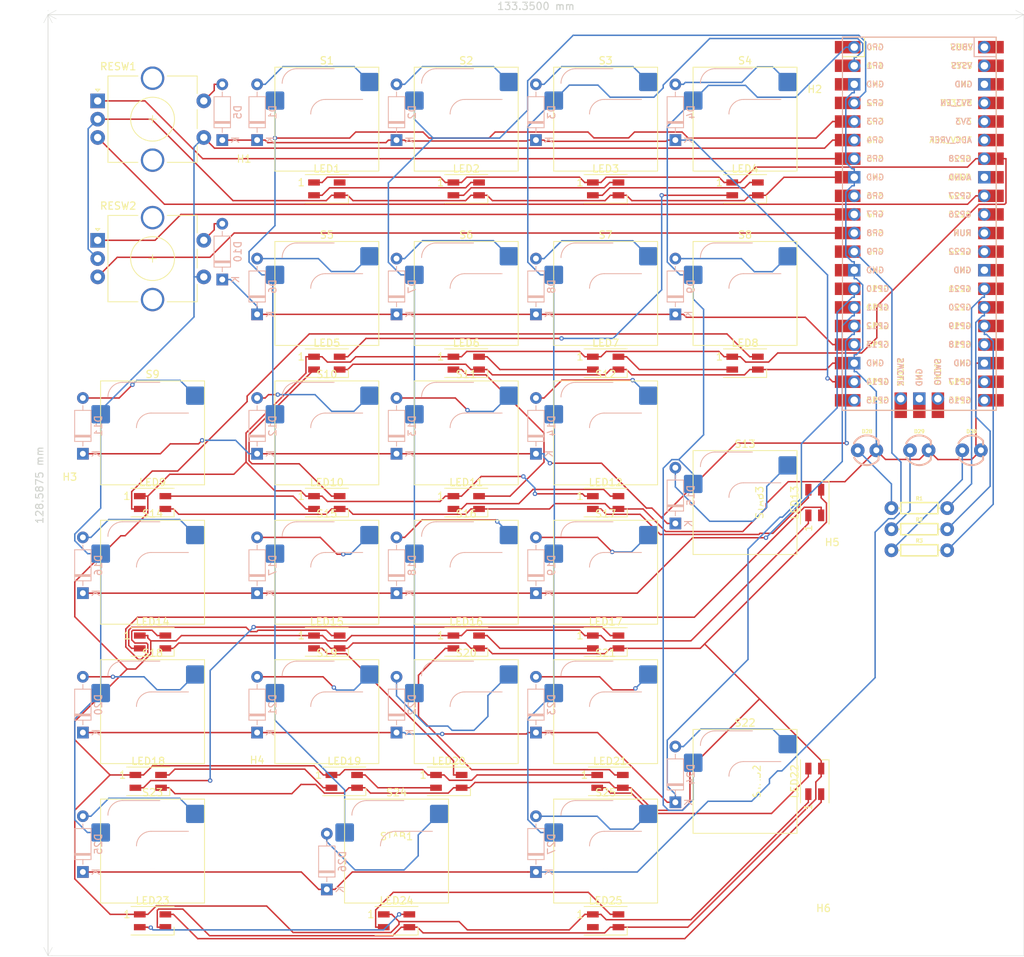
<source format=kicad_pcb>
(kicad_pcb (version 20240108) (generator "pcbnew") (generator_version "8.0")
  (layers (0 "F.Cu" signal) (31 "B.Cu" signal) (34 "B.Paste" user) (35 "F.Paste" user) (36 "B.SilkS" user "B.Silkscreen") (37 "F.SilkS" user "F.Silkscreen") (38 "B.Mask" user) (39 "F.Mask" user) (44 "Edge.Cuts" user))
  (net 0 "")
  (net 1 "Net-(D1-A)")
  (net 2 "Net-(D2-A)")
  (net 3 "Net-(D3-A)")
  (net 4 "Net-(D4-A)")
  (net 5 "Net-(D5-A)")
  (net 6 "Net-(D6-A)")
  (net 7 "Net-(D7-A)")
  (net 8 "Net-(D8-A)")
  (net 9 "Net-(D9-A)")
  (net 10 "Net-(D10-A)")
  (net 11 "Net-(D11-A)")
  (net 12 "Net-(D12-A)")
  (net 13 "Net-(D13-A)")
  (net 14 "Net-(D14-A)")
  (net 15 "Net-(D15-A)")
  (net 16 "Net-(D16-A)")
  (net 17 "Net-(D17-A)")
  (net 18 "Net-(D18-A)")
  (net 19 "Net-(D19-A)")
  (net 20 "Net-(D20-A)")
  (net 21 "Net-(D21-A)")
  (net 22 "Net-(D22-A)")
  (net 23 "Net-(D23-A)")
  (net 24 "Net-(D24-A)")
  (net 25 "Net-(D25-A)")
  (net 26 "GND")
  (net 27 "Net-(R1-1)")
  (net 28 "Net-(R2-1)")
  (net 29 "Net-(R3-1)")
  (net 30 "Net-(LED1-DOUT)")
  (net 31 "VCC")
  (net 32 "/KEY_LEDS")
  (net 33 "Net-(LED2-DOUT)")
  (net 34 "Net-(LED3-DOUT)")
  (net 35 "Net-(LED4-DOUT)")
  (net 36 "Net-(LED10-DIN)")
  (net 37 "Net-(LED6-DIN)")
  (net 38 "Net-(LED11-DIN)")
  (net 39 "Net-(LED7-DIN)")
  (net 40 "Net-(LED8-DIN)")
  (net 41 "Net-(LED10-DOUT)")
  (net 42 "Net-(LED11-DOUT)")
  (net 43 "Net-(LED12-DOUT)")
  (net 44 "Net-(LED13-DOUT)")
  (net 45 "Net-(LED14-DOUT)")
  (net 46 "Net-(LED15-DOUT)")
  (net 47 "Net-(LED16-DIN)")
  (net 48 "Net-(LED16-DOUT)")
  (net 49 "Net-(LED17-DIN)")
  (net 50 "Net-(LED18-DIN)")
  (net 51 "Net-(LED19-DIN)")
  (net 52 "Net-(LED21-DOUT)")
  (net 53 "Net-(LED22-DOUT)")
  (net 54 "/LED2")
  (net 55 "/LED1")
  (net 56 "/LED0")
  (net 57 "ENCODER0_L1")
  (net 58 "Col0")
  (net 59 "ENCODER0_L2")
  (net 60 "ENCODER1_L2")
  (net 61 "ENCODER1_L1")
  (net 62 "Col1")
  (net 63 "Col2")
  (net 64 "Col3")
  (net 65 "Col4")
  (net 84 "Row5")
  (net 85 "Row4")
  (net 86 "Row3")
  (net 87 "Row2")
  (net 88 "Row1")
  (net 89 "Row0")
  (net 90 "Net-(D26-A)")
  (net 91 "Net-(D27-A)")
  (net 93 "Net-(LED23-DOUT)")
  (net 94 "Net-(LED24-DOUT)")
  (footprint "dumbpad:LED_3MM" (layer "F.Cu") (at 142.875 97.6313)
    (property "Reference" "D29")
    (property "Value" "LED3MM")
  )
  (footprint "MountingHole:MountingHole_2.2mm_M2_DIN965" (layer "F.Cu") (at 128.5876 51.1969)
    (property "Reference" "H2")
    (property "Value" "~")
  )
  (footprint "LED_SMD:LED_SK6812MINI_PLCC4_3.5x3.5mm_P1.75mm" (layer "F.Cu") (at 38.1 161.9251)
    (property "Reference" "LED23")
    (property "Value" "SK6812MINI")
  )
  (footprint "LED_SMD:LED_SK6812MINI_PLCC4_3.5x3.5mm_P1.75mm" (layer "F.Cu") (at 64.2938 142.875)
    (property "Reference" "LED19")
    (property "Value" "SK6812MINI")
  )
  (footprint "LED_SMD:LED_SK6812MINI_PLCC4_3.5x3.5mm_P1.75mm" (layer "F.Cu") (at 71.4376 161.9251)
    (property "Reference" "LED24")
    (property "Value" "SK6812MINI")
  )
  (footprint "ScottoKeebs_Stabilizer:Stabilizer_MX_2.00u" (layer "F.Cu") (at 119.0625 104.775 -90)
    (property "Reference" "STAB3")
    (property "Value" "~")
  )
  (footprint "ScottoKeebs_Stabilizer:Stabilizer_MX_2.00u" (layer "F.Cu") (at 118.6813 142.875 -90)
    (property "Reference" "STAB2")
    (property "Value" "~")
  )
  (footprint "dumbpad:LED_3MM" (layer "F.Cu") (at 135.7313 97.6312)
    (property "Reference" "D28")
    (property "Value" "LED3MM")
  )
  (footprint "LED_SMD:LED_SK6812MINI_PLCC4_3.5x3.5mm_P1.75mm" (layer "F.Cu") (at 80.9625 85.725)
    (property "Reference" "LED6")
    (property "Value" "SK6812MINI")
  )
  (footprint "LED_SMD:LED_SK6812MINI_PLCC4_3.5x3.5mm_P1.75mm" (layer "F.Cu") (at 80.9625 123.825)
    (property "Reference" "LED16")
    (property "Value" "SK6812MINI")
  )
  (footprint "ScottoKeebs_Hotswap:Hotswap_MX_1.00u" (layer "F.Cu") (at 100.0125 152.4)
    (property "Reference" "S25")
    (property "Value" "~")
  )
  (footprint "ScottoKeebs_Hotswap:Hotswap_MX_1.00u" (layer "F.Cu") (at 38.1 95.25)
    (property "Reference" "S9")
    (property "Value" "~")
  )
  (footprint "LED_SMD:LED_SK6812MINI_PLCC4_3.5x3.5mm_P1.75mm" (layer "F.Cu") (at 61.9125 85.725)
    (property "Reference" "LED5")
    (property "Value" "SK6812MINI")
  )
  (footprint "LED_SMD:LED_SK6812MINI_PLCC4_3.5x3.5mm_P1.75mm" (layer "F.Cu") (at 37.5047 142.8751)
    (property "Reference" "LED18")
    (property "Value" "SK6812MINI")
  )
  (footprint "LED_SMD:LED_SK6812MINI_PLCC4_3.5x3.5mm_P1.75mm" (layer "F.Cu") (at 80.9625 61.9125)
    (property "Reference" "LED2")
    (property "Value" "SK6812MINI")
  )
  (footprint "ScottoKeebs_Hotswap:Hotswap_MX_1.00u" (layer "F.Cu") (at 80.9625 114.3)
    (property "Reference" "S16")
    (property "Value" "~")
  )
  (footprint "ScottoKeebs_Hotswap:Hotswap_MX_1.00u" (layer "F.Cu") (at 100.0125 52.3875)
    (property "Reference" "S3")
    (property "Value" "~")
  )
  (footprint "ScottoKeebs_Hotswap:Hotswap_MX_1.00u" (layer "F.Cu") (at 61.9125 114.3)
    (property "Reference" "S15")
    (property "Value" "~")
  )
  (footprint "ScottoKeebs_Hotswap:Hotswap_MX_1.00u" (layer "F.Cu") (at 119.0625 52.3875)
    (property "Reference" "S4")
    (property "Value" "~")
  )
  (footprint "LED_SMD:LED_SK6812MINI_PLCC4_3.5x3.5mm_P1.75mm" (layer "F.Cu") (at 80.9625 104.775)
    (property "Reference" "LED11")
    (property "Value" "SK6812MINI")
  )
  (footprint "ScottoKeebs_Hotswap:Hotswap_MX_1.00u" (layer "F.Cu") (at 61.9125 95.25)
    (property "Reference" "S10")
    (property "Value" "~")
  )
  (footprint "LED_SMD:LED_SK6812MINI_PLCC4_3.5x3.5mm_P1.75mm" (layer "F.Cu") (at 38.1 123.825)
    (property "Reference" "LED14")
    (property "Value" "SK6812MINI")
  )
  (footprint "Rotary_Encoder:RotaryEncoder_Alps_EC11E-Switch_Vertical_H20mm_CircularMountingHoles" (layer "F.Cu") (at 30.6 49.8875)
    (property "Reference" "RESW1")
    (property "Value" "~")
  )
  (footprint "LED_SMD:LED_SK6812MINI_PLCC4_3.5x3.5mm_P1.75mm" (layer "F.Cu") (at 128.5876 142.8751 90)
    (property "Reference" "LED22")
    (property "Value" "SK6812MINI")
  )
  (footprint "ScottoKeebs_MCU:Raspberry_Pi_Pico" (layer "F.Cu") (at 142.875 66.675)
    (property "Reference" "U1" (hide yes))
    (property "Value" "Raspberry_Pi_Pico" (hide yes))
  )
  (footprint "ScottoKeebs_Hotswap:Hotswap_MX_2.00u_90deg" (layer "F.Cu") (at 119.0625 142.875)
    (property "Reference" "S22")
    (property "Value" "~")
  )
  (footprint "ScottoKeebs_Hotswap:Hotswap_MX_1.00u" (layer "F.Cu") (at 100.0125 114.3)
    (property "Reference" "S17")
    (property "Value" "~")
  )
  (footprint "LED_SMD:LED_SK6812MINI_PLCC4_3.5x3.5mm_P1.75mm" (layer "F.Cu") (at 119.0625 61.9125)
    (property "Reference" "LED4")
    (property "Value" "SK6812MINI")
  )
  (footprint "LED_SMD:LED_SK6812MINI_PLCC4_3.5x3.5mm_P1.75mm" (layer "F.Cu") (at 61.9125 104.775)
    (property "Reference" "LED10")
    (property "Value" "SK6812MINI")
  )
  (footprint "dumbpad:AXIAL-0.3" (layer "F.Cu") (at 142.875 108.4166)
    (property "Reference" "R2")
    (property "Value" "330")
  )
  (footprint "MountingHole:MountingHole_2.2mm_M2_DIN965" (layer "F.Cu") (at 129.7782 163.1158)
    (property "Reference" "H6")
    (property "Value" "~")
  )
  (footprint "ScottoKeebs_Hotswap:Hotswap_MX_1.00u" (layer "F.Cu") (at 61.9125 76.2)
    (property "Reference" "S5")
    (property "Value" "~")
  )
  (footprint "LED_SMD:LED_SK6812MINI_PLCC4_3.5x3.5mm_P1.75mm" (layer "F.Cu") (at 78.5813 142.8751)
    (property "Reference" "LED20")
    (property "Value" "SK6812MINI")
  )
  (footprint "LED_SMD:LED_SK6812MINI_PLCC4_3.5x3.5mm_P1.75mm" (layer "F.Cu") (at 119.0625 85.725)
    (property "Reference" "LED8")
    (property "Value" "SK6812MINI")
  )
  (footprint "MountingHole:MountingHole_2.2mm_M2_DIN965" (layer "F.Cu") (at 130.9689 113.1095)
    (property "Reference" "H5")
    (property "Value" "~")
  )
  (footprint "ScottoKeebs_Hotswap:Hotswap_MX_1.00u" (layer "F.Cu") (at 100.0125 133.35)
    (property "Reference" "S21")
    (property "Value" "~")
  )
  (footprint "LED_SMD:LED_SK6812MINI_PLCC4_3.5x3.5mm_P1.75mm" (layer "F.Cu") (at 100.0125 104.775)
    (property "Reference" "LED12")
    (property "Value" "SK6812MINI")
  )
  (footprint "LED_SMD:LED_SK6812MINI_PLCC4_3.5x3.5mm_P1.75mm" (layer "F.Cu") (at 100.0125 123.825)
    (property "Reference" "LED17")
    (property "Value" "SK6812MINI")
  )
  (footprint "LED_SMD:LED_SK6812MINI_PLCC4_3.5x3.5mm_P1.75mm" (layer "F.Cu") (at 100.6079 142.8751)
    (property "Reference" "LED21")
    (property "Value" "SK6812MINI")
  )
  (footprint "dumbpad:AXIAL-0.3" (layer "F.Cu") (at 142.875 105.537)
    (property "Reference" "R1")
    (property "Value" "330")
  )
  (footprint "LED_SMD:LED_SK6812MINI_PLCC4_3.5x3.5mm_P1.75mm" (layer "F.Cu") (at 61.9125 123.825)
    (property "Reference" "LED15")
    (property "Value" "SK6812MINI")
  )
  (footprint "ScottoKeebs_Hotswap:Hotswap_MX_1.00u" (layer "F.Cu") (at 80.9625 52.3875)
    (property "Reference" "S2")
    (property "Value" "~")
  )
  (footprint "MountingHole:MountingHole_2.2mm_M2_DIN965" (layer "F.Cu") (at 50.6016 60.7219)
    (property "Reference" "H1")
    (property "Value" "~")
  )
  (footprint "ScottoKeebs_Hotswap:Hotswap_MX_1.00u" (layer "F.Cu") (at 61.9125 52.3875)
    (property "Reference" "S1")
    (property "Value" "~")
  )
  (footprint "LED_SMD:LED_SK6812MINI_PLCC4_3.5x3.5mm_P1.75mm" (layer "F.Cu") (at 100.0125 85.725)
    (property "Reference" "LED7")
    (property "Value" "SK6812MINI")
  )
  (footprint "Rotary_Encoder:RotaryEncoder_Alps_EC11E-Switch_Vertical_H20mm_CircularMountingHoles" (layer "F.Cu") (at 30.6 68.9375)
    (property "Reference" "RESW2")
    (property "Value" "~")
  )
  (footprint "LED_SMD:LED_SK6812MINI_PLCC4_3.5x3.5mm_P1.75mm" (layer "F.Cu") (at 38.1 104.775)
    (property "Reference" "LED9")
    (property "Value" "SK6812MINI")
  )
  (footprint "ScottoKeebs_Hotswap:Hotswap_MX_2.00u" (layer "F.Cu") (at 71.4375 152.4)
    (property "Reference" "S24")
    (property "Value" "~")
  )
  (footprint "ScottoKeebs_Hotswap:Hotswap_MX_1.00u" (layer "F.Cu") (at 100.0125 95.25)
    (property "Reference" "S12")
    (property "Value" "~")
  )
  (footprint "LED_SMD:LED_SK6812MINI_PLCC4_3.5x3.5mm_P1.75mm" (layer "F.Cu") (at 128.5875 104.775 90)
    (property "Reference" "LED13")
    (property "Value" "SK6812MINI")
  )
  (footprint "dumbpad:AXIAL-0.3" (layer "F.Cu") (at 142.875 111.2962)
    (property "Reference" "R3")
    (property "Value" "330")
  )
  (footprint "ScottoKeebs_Hotswap:Hotswap_MX_1.00u" (layer "F.Cu") (at 38.1 133.35)
    (property "Reference" "S18")
    (property "Value" "~")
  )
  (footprint "LED_SMD:LED_SK6812MINI_PLCC4_3.5x3.5mm_P1.75mm" (layer "F.Cu") (at 61.9125 61.9125)
    (property "Reference" "LED1")
    (property "Value" "SK6812MINI")
  )
  (footprint "LED_SMD:LED_SK6812MINI_PLCC4_3.5x3.5mm_P1.75mm" (layer "F.Cu") (at 100.0126 161.9251)
    (property "Reference" "LED25")
    (property "Value" "SK6812MINI")
  )
  (footprint "ScottoKeebs_Hotswap:Hotswap_MX_1.00u" (layer "F.Cu") (at 119.0625 76.2)
    (property "Reference" "S8")
    (property "Value" "~")
  )
  (footprint "dumbpad:LED_3MM" (layer "F.Cu") (at 150.0187 97.6312)
    (property "Reference" "D30")
    (property "Value" "LED3MM")
  )
  (footprint "ScottoKeebs_Hotswap:Hotswap_MX_2.00u_90deg" (layer "F.Cu") (at 119.0625 104.775)
    (property "Reference" "S13")
    (property "Value" "~")
  )
  (footprint "ScottoKeebs_Stabilizer:Stabilizer_MX_2.00u" (layer "F.Cu") (at 71.4375 152.4)
    (property "Reference" "STAB1")
    (property "Value" "~")
  )
  (footprint "LED_SMD:LED_SK6812MINI_PLCC4_3.5x3.5mm_P1.75mm" (layer "F.Cu") (at 100.0125 61.9125)
    (property "Reference" "LED3")
    (property "Value" "SK6812MINI")
  )
  (footprint "ScottoKeebs_Hotswap:Hotswap_MX_1.00u" (layer "F.Cu") (at 38.1 114.3)
    (property "Reference" "S14")
    (property "Value" "~")
  )
  (footprint "ScottoKeebs_Hotswap:Hotswap_MX_1.00u" (layer "F.Cu") (at 38.1 152.4)
    (property "Reference" "S23")
    (property "Value" "~")
  )
  (footprint "ScottoKeebs_Hotswap:Hotswap_MX_1.00u" (layer "F.Cu") (at 80.9625 133.35)
    (property "Reference" "S20")
    (property "Value" "~")
  )
  (footprint "MountingHole:MountingHole_2.2mm_M2_DIN965" (layer "F.Cu") (at 52.3875 142.875)
    (property "Reference" "H4")
    (property "Value" "~")
  )
  (footprint "ScottoKeebs_Hotswap:Hotswap_MX_1.00u" (layer "F.Cu") (at 80.9625 95.25)
    (property "Reference" "S11")
    (property "Value" "~")
  )
  (footprint "ScottoKeebs_Hotswap:Hotswap_MX_1.00u" (layer "F.Cu") (at 80.9625 76.2)
    (property "Reference" "S6")
    (property "Value" "~")
  )
  (footprint "MountingHole:MountingHole_2.2mm_M2_DIN965" (layer "F.Cu") (at 26.7891 104.1798)
    (property "Reference" "H3")
    (property "Value" "~")
  )
  (footprint "ScottoKeebs_Hotswap:Hotswap_MX_1.00u" (layer "F.Cu") (at 100.0125 76.2)
    (property "Reference" "S7")
    (property "Value" "~")
  )
  (footprint "ScottoKeebs_Hotswap:Hotswap_MX_1.00u" (layer "F.Cu") (at 61.9125 133.35)
    (property "Reference" "S19")
    (property "Value" "~")
  )
  (footprint "ScottoKeebs_Components:Diode_DO-35" (layer "B.Cu") (at 90.4875 98.1075 90)
    (property "Reference" "D14")
    (property "Value" "~")
  )
  (footprint "ScottoKeebs_Components:Diode_DO-35" (layer "B.Cu") (at 28.575 155.2575 90)
    (property "Reference" "D25")
    (property "Value" "~")
  )
  (footprint "ScottoKeebs_Components:Diode_DO-35" (layer "B.Cu") (at 71.4375 98.1075 90)
    (property "Reference" "D13")
    (property "Value" "~")
  )
  (footprint "ScottoKeebs_Components:Diode_DO-35" (layer "B.Cu") (at 109.5375 107.6325 90)
    (property "Reference" "D15")
    (property "Value" "~")
  )
  (footprint "ScottoKeebs_Components:Diode_DO-35" (layer "B.Cu") (at 109.5375 55.245 90)
    (property "Reference" "D4")
    (property "Value" "~")
  )
  (footprint "ScottoKeebs_Components:Diode_DO-35" (layer "B.Cu") (at 52.3875 98.1075 90)
    (property "Reference" "D12")
    (property "Value" "~")
  )
  (footprint "ScottoKeebs_Components:Diode_DO-35" (layer "B.Cu") (at 90.4875 79.0575 90)
    (property "Reference" "D8")
    (property "Value" "~")
  )
  (footprint "ScottoKeebs_Components:Diode_DO-35" (layer "B.Cu") (at 52.3875 117.1575 90)
    (property "Reference" "D17")
    (property "Value" "~")
  )
  (footprint "ScottoKeebs_Components:Diode_DO-35" (layer "B.Cu") (at 90.4875 155.2575 90)
    (property "Reference" "D27")
    (property "Value" "~")
  )
  (footprint "ScottoKeebs_Components:Diode_DO-35" (layer "B.Cu") (at 28.575 136.2075 90)
    (property "Reference" "D20")
    (property "Value" "~")
  )
  (footprint "ScottoKeebs_Components:Diode_DO-35" (layer "B.Cu") (at 47.625 55.245 90)
    (property "Reference" "D5")
    (property "Value" "~")
  )
  (footprint "ScottoKeebs_Components:Diode_DO-35" (layer "B.Cu") (at 61.9125 157.6387 90)
    (property "Reference" "D26")
    (property "Value" "~")
  )
  (footprint "ScottoKeebs_Components:Diode_DO-35" (layer "B.Cu") (at 28.575 98.1075 90)
    (property "Reference" "D11")
    (property "Value" "~")
  )
  (footprint "ScottoKeebs_Components:Diode_DO-35" (layer "B.Cu") (at 109.5375 79.0575 90)
    (property "Reference" "D9")
    (property "Value" "~")
  )
  (footprint "ScottoKeebs_Components:Diode_DO-35" (layer "B.Cu") (at 109.5375 145.7325 90)
    (property "Reference" "D24")
    (property "Value" "~")
  )
  (footprint "ScottoKeebs_Components:Diode_DO-35" (layer "B.Cu") (at 28.575 117.1575 90)
    (property "Reference" "D16")
    (property "Value" "~")
  )
  (footprint "ScottoKeebs_Components:Diode_DO-35" (layer "B.Cu") (at 52.3875 136.2075 90)
    (property "Reference" "D21")
    (property "Value" "~")
  )
  (footprint "ScottoKeebs_Components:Diode_DO-35" (layer "B.Cu") (at 90.4875 136.2075 90)
    (property "Reference" "D23")
    (property "Value" "~")
  )
  (footprint "ScottoKeebs_Components:Diode_DO-35" (layer "B.Cu") (at 71.4375 117.1575 90)
    (property "Reference" "D18")
    (property "Value" "~")
  )
  (footprint "ScottoKeebs_Components:Diode_DO-35" (layer "B.Cu") (at 90.4875 117.1575 90)
    (property "Reference" "D19")
    (property "Value" "~")
  )
  (footprint "ScottoKeebs_Components:Diode_DO-35" (layer "B.Cu") (at 90.4875 55.245 90)
    (property "Reference" "D3")
    (property "Value" "~")
  )
  (footprint "ScottoKeebs_Components:Diode_DO-35" (layer "B.Cu") (at 47.625 74.295 90)
    (property "Reference" "D10")
    (property "Value" "~")
  )
  (footprint "ScottoKeebs_Components:Diode_DO-35" (layer "B.Cu") (at 71.4375 55.245 90)
    (property "Reference" "D2")
    (property "Value" "~")
  )
  (footprint "ScottoKeebs_Components:Diode_DO-35" (layer "B.Cu") (at 71.4375 79.0575 90)
    (property "Reference" "D7")
    (property "Value" "~")
  )
  (footprint "ScottoKeebs_Components:Diode_DO-35" (layer "B.Cu") (at 71.4375 136.2075 90)
    (property "Reference" "D22")
    (property "Value" "~")
  )
  (footprint "ScottoKeebs_Components:Diode_DO-35" (layer "B.Cu") (at 52.3875 79.0575 90)
    (property "Reference" "D6")
    (property "Value" "~")
  )
  (footprint "ScottoKeebs_Components:Diode_DO-35" (layer "B.Cu") (at 52.3875 55.245 90)
    (property "Reference" "D1")
    (property "Value" "~")
  )
  (gr_line (start 23.8125 38.1) (end 157.1625 38.1) (stroke (width 0.05)) (layer "Edge.Cuts"))
  (gr_line (start 157.1625 166.6875) (end 23.8125 166.6875) (stroke (width 0.05)) (layer "Edge.Cuts"))
  (gr_line (start 157.1625 38.1) (end 157.1625 166.6875) (stroke (width 0.05)) (layer "Edge.Cuts"))
  (gr_line (start 23.8125 166.6875) (end 23.8125 38.1) (stroke (width 0.05)) (layer "Edge.Cuts"))
  (dimension (type aligned) (layer "Edge.Cuts") (pts (xy 23.8125 38.1) (xy 23.8125 166.6875)) (height 0) (gr_text "128,5875 mm" (at 22.6625 102.39375 90) (layer "Edge.Cuts") (effects (font (size 1 1) (thickness 0.15)))) (format (prefix "") (suffix "") (units 3) (units_format 1) (precision 4)) (style (thickness 0.05) (arrow_length 1.27) (text_position_mode 0) (extension_height 0.58642) (extension_offset 0.5) keep_text_aligned))
  (dimension (type aligned) (layer "Edge.Cuts") (pts (xy 23.8125 38.1) (xy 157.1625 38.1)) (height 0) (gr_text "133,3500 mm" (at 90.4875 36.95 0) (layer "Edge.Cuts") (effects (font (size 1 1) (thickness 0.15)))) (format (prefix "") (suffix "") (units 3) (units_format 1) (precision 4)) (style (thickness 0.05) (arrow_length 1.27) (text_position_mode 0) (extension_height 0.58642) (extension_offset 0.5) keep_text_aligned))
  (segment (start 52.3875 47.625) (end 53.4892 47.625) (width 0.2) (layer "B.Cu") (net 1))
  (segment (start 55.9077 45.2065) (end 65.6535 45.2065) (width 0.2) (layer "B.Cu") (net 1))
  (segment (start 53.4892 47.625) (end 55.9077 45.2065) (width 0.2) (layer "B.Cu") (net 1))
  (segment (start 65.6535 45.2065) (end 67.7545 47.3075) (width 0.2) (layer "B.Cu") (net 1))
  (segment (start 74.9577 45.2065) (end 84.7035 45.2065) (width 0.2) (layer "B.Cu") (net 2))
  (segment (start 84.7035 45.2065) (end 86.8045 47.3075) (width 0.2) (layer "B.Cu") (net 2))
  (segment (start 72.5392 47.625) (end 74.9577 45.2065) (width 0.2) (layer "B.Cu") (net 2))
  (segment (start 71.4375 47.625) (end 72.5392 47.625) (width 0.2) (layer "B.Cu") (net 2))
  (segment (start 103.7535 45.2065) (end 105.8545 47.3075) (width 0.2) (layer "B.Cu") (net 3))
  (segment (start 91.5892 47.625) (end 94.0077 45.2065) (width 0.2) (layer "B.Cu") (net 3))
  (segment (start 94.0077 45.2065) (end 103.7535 45.2065) (width 0.2) (layer "B.Cu") (net 3))
  (segment (start 90.4875 47.625) (end 91.5892 47.625) (width 0.2) (layer "B.Cu") (net 3))
  (segment (start 124.9045 47.3075) (end 122.8278 45.2308) (width 0.2) (layer "B.Cu") (net 4))
  (segment (start 118.6051 47.368) (end 118.6051 47.3681) (width 0.2) (layer "B.Cu") (net 4))
  (segment (start 110.8961 47.3681) (end 110.6392 47.625) (width 0.2) (layer "B.Cu") (net 4))
  (segment (start 120.7423 45.2308) (end 118.6051 47.368) (width 0.2) (layer "B.Cu") (net 4))
  (segment (start 122.8278 45.2308) (end 120.7423 45.2308) (width 0.2) (layer "B.Cu") (net 4))
  (segment (start 118.6051 47.3681) (end 110.8961 47.3681) (width 0.2) (layer "B.Cu") (net 4))
  (segment (start 109.5375 47.625) (end 110.6392 47.625) (width 0.2) (layer "B.Cu") (net 4))
  (segment (start 46.5233 48.4642) (end 45.1 49.8875) (width 0.2) (layer "F.Cu") (net 5))
  (segment (start 47.625 47.625) (end 46.5233 47.625) (width 0.2) (layer "F.Cu") (net 5))
  (segment (start 46.5233 47.625) (end 46.5233 48.4642) (width 0.2) (layer "F.Cu") (net 5))
  (segment (start 52.3875 71.4375) (end 60.7565 71.4375) (width 0.2) (layer "B.Cu") (net 6))
  (segment (start 62.5223 73.2033) (end 65.6712 73.2033) (width 0.2) (layer "B.Cu") (net 6))
  (segment (start 60.7565 71.4375) (end 62.5223 73.2033) (width 0.2) (layer "B.Cu") (net 6))
  (segment (start 65.6712 73.2033) (end 67.7545 71.12) (width 0.2) (layer "B.Cu") (net 6))
  (segment (start 71.4375 71.4375) (end 72.5392 71.4375) (width 0.2) (layer "B.Cu") (net 7))
  (segment (start 74.9903 68.9864) (end 84.6709 68.9864) (width 0.2) (layer "B.Cu") (net 7))
  (segment (start 84.6709 68.9864) (end 86.8045 71.12) (width 0.2) (layer "B.Cu") (net 7))
  (segment (start 72.5392 71.4375) (end 74.9903 68.9864) (width 0.2) (layer "B.Cu") (net 7))
  (segment (start 103.7395 69.005) (end 105.8545 71.12) (width 0.2) (layer "B.Cu") (net 8))
  (segment (start 91.5892 71.4375) (end 94.0217 69.005) (width 0.2) (layer "B.Cu") (net 8))
  (segment (start 90.4875 71.4375) (end 91.5892 71.4375) (width 0.2) (layer "B.Cu") (net 8))
  (segment (start 94.0217 69.005) (end 103.7395 69.005) (width 0.2) (layer "B.Cu") (net 8))
  (segment (start 110.6392 71.4375) (end 118.553 71.4375) (width 0.2) (layer "B.Cu") (net 9))
  (segment (start 118.553 71.4375) (end 120.3411 73.2256) (width 0.2) (layer "B.Cu") (net 9))
  (segment (start 122.7989 73.2256) (end 124.9045 71.12) (width 0.2) (layer "B.Cu") (net 9))
  (segment (start 120.3411 73.2256) (end 122.7989 73.2256) (width 0.2) (layer "B.Cu") (net 9))
  (segment (start 109.5375 71.4375) (end 110.6392 71.4375) (width 0.2) (layer "B.Cu") (net 9))
  (segment (start 46.5233 66.675) (end 46.5233 67.5142) (width 0.2) (layer "F.Cu") (net 10))
  (segment (start 47.625 66.675) (end 46.5233 66.675) (width 0.2) (layer "F.Cu") (net 10))
  (segment (start 46.5233 67.5142) (end 45.1 68.9375) (width 0.2) (layer "F.Cu") (net 10))
  (segment (start 33.537 90.4875) (end 35.3464 88.6781) (width 0.2) (layer "F.Cu") (net 11))
  (segment (start 28.575 90.4875) (end 33.537 90.4875) (width 0.2) (layer "F.Cu") (net 11))
  (via (at 35.3464 88.6781) (size 0.6) (drill 0.3) (layers "F.Cu" "B.Cu") (net 11))
  (segment (start 35.9397 88.0848) (end 41.8568 88.0848) (width 0.2) (layer "B.Cu") (net 11))
  (segment (start 35.3464 88.6781) (end 35.9397 88.0848) (width 0.2) (layer "B.Cu") (net 11))
  (segment (start 41.8568 88.0848) (end 43.942 90.17) (width 0.2) (layer "B.Cu") (net 11))
  (segment (start 52.3875 90.4875) (end 53.4892 90.4875) (width 0.2) (layer "F.Cu") (net 12))
  (segment (start 53.9509 90.0258) (end 55.2059 90.0258) (width 0.2) (layer "F.Cu") (net 12))
  (segment (start 53.4892 90.4875) (end 53.9509 90.0258) (width 0.2) (layer "F.Cu") (net 12))
  (via (at 55.2059 90.0258) (size 0.6) (drill 0.3) (layers "F.Cu" "B.Cu") (net 12))
  (segment (start 60.2948 90.0258) (end 62.5793 92.3103) (width 0.2) (layer "B.Cu") (net 12))
  (segment (start 65.6142 92.3103) (end 67.7545 90.17) (width 0.2) (layer "B.Cu") (net 12))
  (segment (start 62.5793 92.3103) (end 65.6142 92.3103) (width 0.2) (layer "B.Cu") (net 12))
  (segment (start 55.2059 90.0258) (end 60.2948 90.0258) (width 0.2) (layer "B.Cu") (net 12))
  (segment (start 71.4375 90.4875) (end 79.4764 90.4875) (width 0.2) (layer "F.Cu") (net 13))
  (segment (start 79.4764 90.4875) (end 81.1303 92.1414) (width 0.2) (layer "F.Cu") (net 13))
  (via (at 81.1303 92.1414) (size 0.6) (drill 0.3) (layers "F.Cu" "B.Cu") (net 13))
  (segment (start 81.3124 92.3235) (end 84.651 92.3235) (width 0.2) (layer "B.Cu") (net 13))
  (segment (start 81.1303 92.1414) (end 81.3124 92.3235) (width 0.2) (layer "B.Cu") (net 13))
  (segment (start 84.651 92.3235) (end 86.8045 90.17) (width 0.2) (layer "B.Cu") (net 13))
  (segment (start 91.5892 90.4875) (end 94.035 88.0417) (width 0.2) (layer "F.Cu") (net 14))
  (segment (start 94.035 88.0417) (end 103.6963 88.0417) (width 0.2) (layer "F.Cu") (net 14))
  (segment (start 90.4875 90.4875) (end 91.5892 90.4875) (width 0.2) (layer "F.Cu") (net 14))
  (via (at 103.6963 88.0417) (size 0.6) (drill 0.3) (layers "F.Cu" "B.Cu") (net 14))
  (segment (start 103.6963 88.0417) (end 103.7262 88.0417) (width 0.2) (layer "B.Cu") (net 14))
  (segment (start 103.7262 88.0417) (end 105.8545 90.17) (width 0.2) (layer "B.Cu") (net 14))
  (segment (start 109.5375 102.6357) (end 114.2372 107.3354) (width 0.2) (layer "B.Cu") (net 15))
  (segment (start 109.5375 100.0125) (end 109.5375 102.6357) (width 0.2) (layer "B.Cu") (net 15))
  (segment (start 114.2372 107.3354) (end 120.1108 107.3354) (width 0.2) (layer "B.Cu") (net 15))
  (segment (start 122.0234 102.5761) (end 124.9045 99.695) (width 0.2) (layer "B.Cu") (net 15))
  (segment (start 122.0234 105.4228) (end 122.0234 102.5761) (width 0.2) (layer "B.Cu") (net 15))
  (segment (start 120.1108 107.3354) (end 122.0234 105.4228) (width 0.2) (layer "B.Cu") (net 15))
  (segment (start 28.575 109.5375) (end 29.6767 109.5375) (width 0.2) (layer "B.Cu") (net 16))
  (segment (start 43.942 109.22) (end 41.8184 107.0964) (width 0.2) (layer "B.Cu") (net 16))
  (segment (start 32.1178 107.0964) (end 29.6767 109.5375) (width 0.2) (layer "B.Cu") (net 16))
  (segment (start 41.8184 107.0964) (end 32.1178 107.0964) (width 0.2) (layer "B.Cu") (net 16))
  (segment (start 52.3875 109.5375) (end 61.02 109.5375) (width 0.2) (layer "F.Cu") (net 17))
  (segment (start 63.3148 111.8323) (end 64.1564 111.8323) (width 0.2) (layer "F.Cu") (net 17))
  (segment (start 61.02 109.5375) (end 63.3148 111.8323) (width 0.2) (layer "F.Cu") (net 17))
  (via (at 64.1564 111.8323) (size 0.6) (drill 0.3) (layers "F.Cu" "B.Cu") (net 17))
  (segment (start 64.1564 111.8323) (end 65.1422 111.8323) (width 0.2) (layer "B.Cu") (net 17))
  (segment (start 65.1422 111.8323) (end 67.7545 109.22) (width 0.2) (layer "B.Cu") (net 17))
  (segment (start 71.4375 109.5375) (end 72.5392 109.5375) (width 0.2) (layer "F.Cu") (net 18))
  (segment (start 72.5392 109.5375) (end 74.9334 107.1433) (width 0.2) (layer "F.Cu") (net 18))
  (segment (start 74.9334 107.1433) (end 84.9839 107.1433) (width 0.2) (layer "F.Cu") (net 18))
  (segment (start 84.9839 107.1433) (end 85.2026 107.362) (width 0.2) (layer "F.Cu") (net 18))
  (via (at 85.2026 107.362) (size 0.6) (drill 0.3) (layers "F.Cu" "B.Cu") (net 18))
  (segment (start 86.8045 108.9639) (end 86.8045 109.22) (width 0.2) (layer "B.Cu") (net 18))
  (segment (start 85.2026 107.362) (end 86.8045 108.9639) (width 0.2) (layer "B.Cu") (net 18))
  (segment (start 90.4875 109.5375) (end 98.9249 109.5375) (width 0.2) (layer "F.Cu") (net 19))
  (segment (start 98.9249 109.5375) (end 100.9099 111.5225) (width 0.2) (layer "F.Cu") (net 19))
  (via (at 100.9099 111.5225) (size 0.6) (drill 0.3) (layers "F.Cu" "B.Cu") (net 19))
  (segment (start 100.9099 111.5225) (end 103.552 111.5225) (width 0.2) (layer "B.Cu") (net 19))
  (segment (start 103.552 111.5225) (end 105.8545 109.22) (width 0.2) (layer "B.Cu") (net 19))
  (segment (start 28.575 128.5875) (end 32.6782 128.5875) (width 0.2) (layer "F.Cu") (net 20))
  (via (at 32.6782 128.5875) (size 0.6) (drill 0.3) (layers "F.Cu" "B.Cu") (net 20))
  (segment (start 36.944 128.5875) (end 32.6782 128.5875) (width 0.2) (layer "B.Cu") (net 20))
  (segment (start 38.7128 130.3563) (end 36.944 128.5875) (width 0.2) (layer "B.Cu") (net 20))
  (segment (start 43.942 128.27) (end 41.8557 130.3563) (width 0.2) (layer "B.Cu") (net 20))
  (segment (start 41.8557 130.3563) (end 38.7128 130.3563) (width 0.2) (layer "B.Cu") (net 20))
  (segment (start 52.3875 128.5875) (end 61.4071 128.5875) (width 0.2) (layer "F.Cu") (net 21))
  (segment (start 61.4071 128.5875) (end 62.8756 130.056) (width 0.2) (layer "F.Cu") (net 21))
  (via (at 62.8756 130.056) (size 0.6) (drill 0.3) (layers "F.Cu" "B.Cu") (net 21))
  (segment (start 63.2191 130.3995) (end 65.625 130.3995) (width 0.2) (layer "B.Cu") (net 21))
  (segment (start 62.8756 130.056) (end 63.2191 130.3995) (width 0.2) (layer "B.Cu") (net 21))
  (segment (start 65.625 130.3995) (end 67.7545 128.27) (width 0.2) (layer "B.Cu") (net 21))
  (segment (start 79.028 135.902) (end 82.0192 135.902) (width 0.2) (layer "B.Cu") (net 22))
  (segment (start 75.576 135.3172) (end 78.4432 135.3172) (width 0.2) (layer "B.Cu") (net 22))
  (segment (start 82.0192 135.902) (end 83.9234 133.9978) (width 0.2) (layer "B.Cu") (net 22))
  (segment (start 83.9234 133.9978) (end 83.9234 131.1511) (width 0.2) (layer "B.Cu") (net 22))
  (segment (start 71.4375 128.5875) (end 71.4375 131.1787) (width 0.2) (layer "B.Cu") (net 22))
  (segment (start 83.9234 131.1511) (end 86.8045 128.27) (width 0.2) (layer "B.Cu") (net 22))
  (segment (start 78.4432 135.3172) (end 79.028 135.902) (width 0.2) (layer "B.Cu") (net 22))
  (segment (start 71.4375 131.1787) (end 75.576 135.3172) (width 0.2) (layer "B.Cu") (net 22))
  (segment (start 90.4875 128.5875) (end 99.1957 128.5875) (width 0.2) (layer "F.Cu") (net 23))
  (segment (start 103.8831 130.3704) (end 104.0853 130.1682) (width 0.2) (layer "F.Cu") (net 23))
  (segment (start 99.1957 128.5875) (end 100.9786 130.3704) (width 0.2) (layer "F.Cu") (net 23))
  (segment (start 100.9786 130.3704) (end 103.8831 130.3704) (width 0.2) (layer "F.Cu") (net 23))
  (via (at 104.0853 130.1682) (size 0.6) (drill 0.3) (layers "F.Cu" "B.Cu") (net 23))
  (segment (start 105.8545 128.399) (end 105.8545 128.27) (width 0.2) (layer "B.Cu") (net 23))
  (segment (start 104.0853 130.1682) (end 105.8545 128.399) (width 0.2) (layer "B.Cu") (net 23))
  (segment (start 109.5375 138.1125) (end 110.6392 138.1125) (width 0.2) (layer "B.Cu") (net 24))
  (segment (start 110.6392 138.1125) (end 113.0338 135.7179) (width 0.2) (layer "B.Cu") (net 24))
  (segment (start 122.8274 135.7179) (end 124.9045 137.795) (width 0.2) (layer "B.Cu") (net 24))
  (segment (start 113.0338 135.7179) (end 122.8274 135.7179) (width 0.2) (layer "B.Cu") (net 24))
  (segment (start 41.8127 145.1907) (end 32.1235 145.1907) (width 0.2) (layer "B.Cu") (net 25))
  (segment (start 43.942 147.32) (end 41.8127 145.1907) (width 0.2) (layer "B.Cu") (net 25))
  (segment (start 32.1235 145.1907) (end 29.6767 147.6375) (width 0.2) (layer "B.Cu") (net 25))
  (segment (start 28.575 147.6375) (end 29.6767 147.6375) (width 0.2) (layer "B.Cu") (net 25))
  (segment (start 118.9841 87.3267) (end 103.5909 87.3267) (width 0.2) (layer "F.Cu") (net 26))
  (segment (start 130.1892 107.45) (end 113.5392 124.1) (width 0.2) (layer "F.Cu") (net 26))
  (segment (start 120.8125 62.7875) (end 119.7108 62.7875) (width 0.2) (layer "F.Cu") (net 26))
  (segment (start 105.1348 105.65) (end 108.219 108.7342) (width 0.2) (layer "F.Cu") (net 26))
  (segment (start 80.8841 106.3767) (end 65.4909 106.3767) (width 0.2) (layer "F.Cu") (net 26))
  (segment (start 64.2134 124.7) (end 64.7642 124.7) (width 0.2) (layer "F.Cu") (net 26))
  (segment (start 150.0236 98.8963) (end 145.41 98.8963) (width 0.2) (layer "F.Cu") (net 26))
  (segment (start 58.3905 143.2961) (end 60.3946 143.2961) (width 0.2) (layer "F.Cu") (net 26))
  (segment (start 101.7626 162.8001) (end 100.6609 162.8001) (width 0.2) (layer "F.Cu") (net 26))
  (segment (start 132.7092 101.9233) (end 129.4625 101.9233) (width 0.2) (layer "F.Cu") (net 26))
  (segment (start 102.3134 62.7875) (end 101.7625 62.7875) (width 0.2) (layer "F.Cu") (net 26))
  (segment (start 81.433 143.7501) (end 82.1597 143.0234) (width 0.2) (layer "F.Cu") (net 26))
  (segment (start 113.5392 124.1) (end 112.9392 124.7) (width 0.2) (layer "F.Cu") (net 26))
  (segment (start 82.1617 124.7) (end 82.7125 124.7) (width 0.2) (layer "F.Cu") (net 26))
  (segment (start 41.6784 106.3767) (end 61.8341 106.3767) (width 0.2) (layer "F.Cu") (net 26))
  (segment (start 130.1892 104.8534) (end 130.1892 107.45) (width 0.2) (layer "F.Cu") (net 26))
  (segment (start 80.8841 63.5142) (end 81.6108 62.7875) (width 0.2) (layer "F.Cu") (net 26))
  (segment (start 102.8642 62.7875) (end 103.5909 63.5142) (width 0.2) (layer "F.Cu") (net 26))
  (segment (start 72.0859 162.8001) (end 70.9207 163.9653) (width 0.2) (layer "F.Cu") (net 26))
  (segment (start 39.85 105.65) (end 40.9517 105.65) (width 0.2) (layer "F.Cu") (net 26))
  (segment (start 101.7625 86.6) (end 102.8642 86.6) (width 0.2) (layer "F.Cu") (net 26))
  (segment (start 108.219 108.7342) (end 118.7493 108.7342) (width 0.2) (layer "F.Cu") (net 26))
  (segment (start 129.4626 141.1251) (end 129.4626 142.2268) (width 0.2) (layer "F.Cu") (net 26))
  (segment (start 128.7359 145.3055) (end 111.2413 162.8001) (width 0.2) (layer "F.Cu") (net 26))
  (segment (start 129.4625 104.1267) (end 130.1892 104.8534) (width 0.2) (layer "F.Cu") (net 26))
  (segment (start 121.9497 105.5338) (end 121.9497 104.9367) (width 0.2) (layer "F.Cu") (net 26))
  (segment (start 41.6784 123.9733) (end 61.7216 123.9733) (width 0.2) (layer "F.Cu") (net 26))
  (segment (start 150.6133 85.725) (end 150.6133 96.9558) (width 0.2) (layer "F.Cu") (net 26))
  (segment (start 82.1617 124.7) (end 81.6108 124.7) (width 0.2) (layer "F.Cu") (net 26))
  (segment (start 42.2359 160.3234) (end 38.925 160.3234) (width 0.2) (layer "F.Cu") (net 26))
  (segment (start 40.9517 124.7) (end 41.6784 123.9733) (width 0.2) (layer "F.Cu") (net 26))
  (segment (start 101.7625 86.6) (end 100.6608 86.6) (width 0.2) (layer "F.Cu") (net 26))
  (segment (start 66.0438 143.75) (end 64.9421 143.75) (width 0.2) (layer "F.Cu") (net 26))
  (segment (start 93.0708 104.9233) (end 92.3441 105.65) (width 0.2) (layer "F.Cu") (net 26))
  (segment (start 80.8841 85.8733) (end 81.6108 86.6) (width 0.2) (layer "F.Cu") (net 26))
  (segment (start 30.6 52.3875) (end 37.961 52.3875) (width 0.2) (layer "F.Cu") (net 26))
  (segment (start 65.4909 85.8733) (end 80.8841 85.8733) (width 0.2) (layer "F.Cu") (net 26))
  (segment (start 82.7125 105.65) (end 81.6108 105.65) (width 0.2) (layer "F.Cu") (net 26))
  (segment (start 65.4909 63.5142) (end 80.8841 63.5142) (width 0.2) (layer "F.Cu") (net 26))
  (segment (start 145.41 98.8963) (end 144.145 97.6313) (width 0.2) (layer "F.Cu") (net 26))
  (segment (start 99.9341 125.4267) (end 84.5409 125.4267) (width 0.2) (layer "F.Cu") (net 26))
  (segment (start 101.7625 105.65) (end 100.6608 105.65) (width 0.2) (layer "F.Cu") (net 26))
  (segment (start 80.3313 143.7501) (end 79.2296 143.7501) (width 0.2) (layer "F.Cu") (net 26))
  (segment (start 82.1617 86.6) (end 82.7125 86.6) (width 0.2) (layer "F.Cu") (net 26))
  (segment (start 138.2515 98.8814) (end 142.8949 98.8814) (width 0.2) (layer "F.Cu") (net 26))
  (segment (start 101.7625 124.7) (end 102.8642 124.7) (width 0.2) (layer "F.Cu") (net 26))
  (segment (start 82.7125 86.6) (end 83.8142 86.6) (width 0.2) (layer "F.Cu") (net 26))
  (segment (start 39.85 124.7) (end 40.9517 124.7) (width 0.2) (layer "F.Cu") (net 26))
  (segment (start 40.3564 143.7501) (end 41.1623 144.556) (width 0.2) (layer "F.Cu") (net 26))
  (segment (start 84.5409 63.5142) (end 83.8142 62.7875) (width 0.2) (layer "F.Cu") (net 26))
  (segment (start 102.3134 62.7875) (end 102.8642 62.7875) (width 0.2) (layer "F.Cu") (net 26))
  (segment (start 70.9207 163.9653) (end 45.8778 163.9653) (width 0.2) (layer "F.Cu") (net 26))
  (segment (start 110.4692 146.8342) (end 106.5437 146.8342) (width 0.2) (layer "F.Cu") (net 26))
  (segment (start 64.7642 62.7875) (end 65.4909 63.5142) (width 0.2) (layer "F.Cu") (net 26))
  (segment (start 40.9517 105.65) (end 41.6784 106.3767) (width 0.2) (layer "F.Cu") (net 26))
  (segment (start 61.8341 63.5142) (end 62.5608 62.7875) (width 0.2) (layer "F.Cu") (net 26))
  (segment (start 99.8796 163.5814) (end 75.0706 163.5814) (width 0.2) (layer "F.Cu") (net 26))
  (segment (start 106.5437 146.8342) (end 103.4596 143.7501) (width 0.2) (layer "F.Cu") (net 26))
  (segment (start 38.925 160.3234) (end 38.7483 160.5001) (width 0.2) (layer "F.Cu") (net 26))
  (segment (start 82.1617 86.6) (end 81.6108 86.6) (width 0.2) (layer "F.Cu") (net 26))
  (segment (start 151.2887 97.6312) (end 150.0236 98.8963) (width 0.2) (layer "F.Cu") (net 26))
  (segment (start 99.9341 87.3267) (end 84.5409 87.3267) (width 0.2) (layer "F.Cu") (net 26))
  (segment (start 65.4909 106.3767) (end 64.7642 105.65) (width 0.2) (layer "F.Cu") (net 26))
  (segment (start 80.3313 143.7501) (end 81.433 143.7501) (width 0.2) (layer "F.Cu") (net 26))
  (segment (start 129.4625 103.025) (end 129.4625 104.1267) (width 0.2) (layer "F.Cu") (net 26))
  (segment (start 66.0438 143.75) (end 67.1455 143.75) (width 0.2) (layer "F.Cu") (net 26))
  (segment (start 63.1117 105.65) (end 63.6625 105.65) (width 0.2) (layer "F.Cu") (net 26))
  (segment (start 78.5028 144.4769) (end 67.8724 144.4769) (width 0.2) (layer "F.Cu") (net 26))
  (segment (start 60.3946 143.2961) (end 61.5752 144.4767) (width 0.2) (layer "F.Cu") (net 26))
  (segment (start 111.5343 145.7691) (end 110.4692 146.8342) (width 0.2) (layer "F.Cu") (net 26))
  (segment (start 39.85 162.8001) (end 38.7483 162.8001) (width 0.2) (layer "F.Cu") (net 26))
  (segment (start 128.7359 142.9535) (end 128.7359 145.3055) (width 0.2) (layer "F.Cu") (net 26))
  (segment (start 103.5909 63.5142) (end 118.9841 63.5142) (width 0.2) (layer "F.Cu") (net 26))
  (segment (start 45.8778 163.9653) (end 42.2359 160.3234) (width 0.2) (layer "F.Cu") (net 26))
  (segment (start 121.0411 131.6019) (end 111.5343 141.1087) (width 0.2) (layer "F.Cu") (net 26))
  (segment (start 129.4625 103.025) (end 129.4625 101.9233) (width 0.2) (layer "F.Cu") (net 26))
  (segment (start 133.985 85.725) (end 131.0333 85.725) (width 0.2) (layer "F.Cu") (net 26))
  (segment (start 63.6625 86.6) (end 64.7642 86.6) (width 0.2) (layer "F.Cu") (net 26))
  (segment (start 82.7125 62.7875) (end 83.8142 62.7875) (width 0.2) (layer "F.Cu") (net 26))
  (segment (start 63.6625 62.7875) (end 64.7642 62.7875) (width 0.2) (layer "F.Cu") (net 26))
  (segment (start 111.5343 141.1087) (end 111.5343 145.7691) (width 0.2) (layer "F.Cu") (net 26))
  (segment (start 99.9341 104.9233) (end 93.0708 104.9233) (width 0.2) (layer "F.Cu") (net 26))
  (segment (start 84.5409 87.3267) (end 83.8142 86.6) (width 0.2) (layer "F.Cu") (net 26))
  (segment (start 151.765 85.725) (end 150.6133 85.725) (width 0.2) (layer "F.Cu") (net 26))
  (segment (start 102.3579 143.7501) (end 103.4596 143.7501) (width 0.2) (layer "F.Cu") (net 26))
  (segment (start 82.1597 143.0234) (end 100.5295 143.0234) (width 0.2) (layer "F.Cu") (net 26))
  (segment (start 64.2134 124.7) (end 63.6625 124.7) (width 0.2) (layer "F.Cu") (net 26))
  (segment (start 82.7125 62.7875) (end 81.6108 62.7875) (width 0.2) (layer "F.Cu") (net 26))
  (segment (start 120.8125 62.7875) (end 121.9142 62.7875) (width 0.2) (layer "F.Cu") (net 26))
  (segment (start 100.5295 143.0234) (end 101.2562 143.7501) (width 0.2) (layer "F.Cu") (net 26))
  (segment (start 100.6608 105.65) (end 99.9341 104.9233) (width 0.2) (layer "F.Cu") (net 26))
  (segment (start 112.9392 124.7) (end 102.8642 124.7) (width 0.2) (layer "F.Cu") (net 26))
  (segment (start 49.0877 63.5142) (end 61.8341 63.5142) (width 0.2) (layer "F.Cu") (net 26))
  (segment (start 75.0706 163.5814) (end 74.2893 162.8001) (width 0.2) (layer "F.Cu") (net 26))
  (segment (start 121.9497 104.9367) (end 124.9631 101.9233) (width 0.2) (layer "F.Cu") (net 26))
  (segment (start 100.6608 86.6) (end 99.9341 87.3267) (width 0.2) (layer "F.Cu") (net 26))
  (segment (start 92.3441 105.65) (end 82.7125 105.65) (width 0.2) (layer "F.Cu") (net 26))
  (segment (start 100.6609 162.8001) (end 99.8796 163.5814) (width 0.2) (layer "F.Cu") (net 26))
  (segment (start 118.7493 108.7342) (end 121.9497 105.5338) (width 0.2) (layer "F.Cu") (net 26))
  (segment (start 65.4909 123.9733) (end 80.8841 123.9733) (width 0.2) (layer "F.Cu") (net 26))
  (segment (start 63.1117 105.65) (end 62.5608 105.65) (width 0.2) (layer "F.Cu") (net 26))
  (segment (start 101.7625 62.7875) (end 100.6608 62.7875) (width 0.2) (layer "F.Cu") (net 26))
  (segment (start 61.5752 144.4767) (end 64.2154 144.4767) (width 0.2) (layer "F.Cu") (net 26))
  (segment (start 38.7483 160.5001) (end 38.7483 162.8001) (width 0.2) (layer "F.Cu") (net 26))
  (segment (start 131.0333 85.725) (end 130.1583 86.6) (width 0.2) (layer "F.Cu") (net 26))
  (segment (start 133.985 60.325) (end 124.3767 60.325) (width 0.2) (layer "F.Cu") (net 26))
  (segment (start 41.1623 144.556) (end 57.1306 144.556) (width 0.2) (layer "F.Cu") (net 26))
  (segment (start 81.6108 105.65) (end 80.8841 106.3767) (width 0.2) (layer "F.Cu") (net 26))
  (segment (start 100.6608 62.7875) (end 99.9341 63.5142) (width 0.2) (layer "F.Cu") (net 26))
  (segment (start 57.1306 144.556) (end 58.3905 143.2961) (width 0.2) (layer "F.Cu") (net 26))
  (segment (start 150.6133 96.9558) (end 151.2887 97.6312) (width 0.2) (layer "F.Cu") (net 26))
  (segment (start 137.0013 97.6312) (end 138.2515 98.8814) (width 0.2) (layer "F.Cu") (net 26))
  (segment (start 99.9341 63.5142) (end 84.5409 63.5142) (width 0.2) (layer "F.Cu") (net 26))
  (segment (start 73.1876 162.8001) (end 72.0859 162.8001) (width 0.2) (layer "F.Cu") (net 26))
  (segment (start 120.8125 86.6) (end 119.7108 86.6) (width 0.2) (layer "F.Cu") (net 26))
  (segment (start 67.8724 144.4769) (end 67.1455 143.75) (width 0.2) (layer "F.Cu") (net 26))
  (segment (start 142.8949 98.8814) (end 144.145 97.6313) (width 0.2) (layer "F.Cu") (net 26))
  (segment (start 73.1876 162.8001) (end 74.2893 162.8001) (width 0.2) (layer "F.Cu") (net 26))
  (segment (start 64.2154 144.4767) (end 64.9421 143.75) (width 0.2) (layer "F.Cu") (net 26))
  (segment (start 101.7625 124.7) (end 100.6608 124.7) (width 0.2) (layer "F.Cu") (net 26))
  (segment (start 129.4626 142.2268) (end 128.7359 142.9535) (width 0.2) (layer "F.Cu") (net 26))
  (segment (start 129.4626 141.1251) (end 129.4626 140.0234) (width 0.2) (layer "F.Cu") (net 26))
  (segment (start 111.2413 162.8001) (end 101.7626 162.8001) (width 0.2) (layer "F.Cu") (net 26))
  (segment (start 64.7642 124.7) (end 65.4909 123.9733) (width 0.2) (layer "F.Cu") (net 26))
  (segment (start 124.3767 60.325) (end 121.9142 62.7875) (width 0.2) (layer "F.Cu") (net 26))
  (segment (start 63.6625 105.65) (end 64.7642 105.65) (width 0.2) (layer "F.Cu") (net 26))
  (segment (start 113.5392 124.1) (end 121.0411 131.6019) (width 0.2) (layer "F.Cu") (net 26))
  (segment (start 124.9631 101.9233) (end 129.4625 101.9233) (width 0.2) (layer "F.Cu") (net 26))
  (segment (start 130.1583 86.6) (end 120.8125 86.6) (width 0.2) (layer "F.Cu") (net 26))
  (segment (start 64.7642 86.6) (end 65.4909 85.8733) (width 0.2) (layer "F.Cu") (net 26))
  (segment (start 101.7625 105.65) (end 105.1348 105.65) (width 0.2) (layer "F.Cu") (net 26))
  (segment (start 82.7125 124.7) (end 83.8142 124.7) (width 0.2) (layer "F.Cu") (net 26))
  (segment (start 103.5909 87.3267) (end 102.8642 86.6) (width 0.2) (layer "F.Cu") (net 26))
  (segment (start 61.7216 123.9733) (end 62.4483 124.7) (width 0.2) (layer "F.Cu") (net 26))
  (segment (start 63.6625 62.7875) (end 62.5608 62.7875) (width 0.2) (layer "F.Cu") (net 26))
  (segment (start 84.5409 125.4267) (end 83.8142 124.7) (width 0.2) (layer "F.Cu") (net 26))
  (segment (start 37.961 52.3875) (end 49.0877 63.5142) (width 0.2) (layer "F.Cu") (net 26))
  (segment (start 119.7108 86.6) (end 118.9841 87.3267) (width 0.2) (layer "F.Cu") (net 26))
  (segment (start 80.8841 123.9733) (end 81.6108 124.7) (width 0.2) (layer "F.Cu") (net 26))
  (segment (start 39.2547 143.7501) (end 40.3564 143.7501) (width 0.2) (layer "F.Cu") (net 26))
  (segment (start 118.9841 63.5142) (end 119.7108 62.7875) (width 0.2) (layer "F.Cu") (net 26))
  (segment (start 61.8341 106.3767) (end 62.5608 105.65) (width 0.2) (layer "F.Cu") (net 26))
  (segment (start 137.0013 97.6312) (end 132.7092 101.9233) (width 0.2) (layer "F.Cu") (net 26))
  (segment (start 100.6608 124.7) (end 99.9341 125.4267) (width 0.2) (layer "F.Cu") (net 26))
  (segment (start 102.3579 143.7501) (end 101.2562 143.7501) (width 0.2) (layer "F.Cu") (net 26))
  (segment (start 121.0411 131.6019) (end 129.4626 140.0234) (width 0.2) (layer "F.Cu") (net 26))
  (segment (start 79.2296 143.7501) (end 78.5028 144.4769) (width 0.2) (layer "F.Cu") (net 26))
  (segment (start 62.4483 124.7) (end 63.6625 124.7) (width 0.2) (layer "F.Cu") (net 26))
  (segment (start 133.6971 59.1733) (end 132.8333 58.3095) (width 0.2) (layer "B.Cu") (net 26))
  (segment (start 135.1367 83.7096) (end 135.1367 75.0404) (width 0.2) (layer "B.Cu") (net 26))
  (segment (start 133.985 73.025) (end 133.985 74.1767) (width 0.2) (layer "B.Cu") (net 26))
  (segment (start 134.273 84.5733) (end 135.1367 83.7096) (width 0.2) (layer "B.Cu") (net 26))
  (segment (start 134.273 74.1767) (end 133.985 74.1767) (width 0.2) (layer "B.Cu") (net 26))
  (segment (start 29.2983 70.1358) (end 30.6 71.4375) (width 0.2) (layer "B.Cu") (net 26))
  (segment (start 132.8333 62.3404) (end 133.697 61.4767) (width 0.2) (layer "B.Cu") (net 26))
  (segment (start 137.0013 89.6051) (end 134.2729 86.8767) (width 0.2) (layer "B.Cu") (net 26))
  (segment (start 133.985 60.325) (end 133.985 61.4767) (width 0.2) (layer "B.Cu") (net 26))
  (segment (start 135.1367 75.0404) (end 134.273 74.1767) (width 0.2) (layer "B.Cu") (net 26))
  (segment (start 137.0013 97.6312) (end 137.0013 89.6051) (width 0.2) (layer "B.Cu") (net 26))
  (segment (start 29.2983 53.6892) (end 29.2983 70.1358) (width 0.2) (layer "B.Cu") (net 26))
  (segment (start 132.8333 71.0096) (end 132.8333 62.3404) (width 0.2) (layer "B.Cu") (net 26))
  (segment (start 133.985 85.725) (end 133.985 84.5733) (width 0.2) (layer "B.Cu") (net 26))
  (segment (start 133.985 59.1733) (end 133.6971 59.1733) (width 0.2) (layer "B.Cu") (net 26))
  (segment (start 134.2729 86.8767) (end 133.985 86.8767) (width 0.2) (layer "B.Cu") (net 26))
  (segment (start 133.697 48.7767) (end 133.985 48.7767) (width 0.2) (layer "B.Cu") (net 26))
  (segment (start 132.8333 58.3095) (end 132.8333 49.6404) (width 0.2) (layer "B.Cu") (net 26))
  (segment (start 133.985 71.8733) (end 133.697 71.8733) (width 0.2) (layer "B.Cu") (net 26))
  (segment (start 133.697 71.8733) (end 132.8333 71.0096) (width 0.2) (layer "B.Cu") (net 26))
  (segment (start 132.8333 49.6404) (end 133.697 48.7767) (width 0.2) (layer "B.Cu") (net 26))
  (segment (start 133.985 84.5733) (end 134.273 84.5733) (width 0.2) (layer "B.Cu") (net 26))
  (segment (start 133.985 85.725) (end 133.985 86.8767) (width 0.2) (layer "B.Cu") (net 26))
  (segment (start 133.985 60.325) (end 133.985 59.1733) (width 0.2) (layer "B.Cu") (net 26))
  (segment (start 133.985 47.625) (end 133.985 48.7767) (width 0.2) (layer "B.Cu") (net 26))
  (segment (start 133.985 73.025) (end 133.985 71.8733) (width 0.2) (layer "B.Cu") (net 26))
  (segment (start 133.697 61.4767) (end 133.985 61.4767) (width 0.2) (layer "B.Cu") (net 26))
  (segment (start 30.6 52.3875) (end 29.2983 53.6892) (width 0.2) (layer "B.Cu") (net 26))
  (segment (start 139.065 102.2349) (end 139.065 105.537) (width 0.2) (layer "B.Cu") (net 27))
  (segment (start 134.4613 97.6312) (end 139.065 102.2349) (width 0.2) (layer "B.Cu") (net 27))
  (segment (start 141.605 105.8766) (end 141.605 97.6313) (width 0.2) (layer "B.Cu") (net 28))
  (segment (start 139.065 108.4166) (end 141.605 105.8766) (width 0.2) (layer "B.Cu") (net 28))
  (segment (start 148.7487 101.6125) (end 139.065 111.2962) (width 0.2) (layer "B.Cu") (net 29))
  (segment (start 148.7487 97.6312) (end 148.7487 101.6125) (width 0.2) (layer "B.Cu") (net 29))
  (segment (start 81.6108 61.0375) (end 80.8841 61.7642) (width 0.2) (layer "F.Cu") (net 30))
  (segment (start 60.1625 62.7875) (end 61.2642 62.7875) (width 0.2) (layer "F.Cu") (net 30))
  (segment (start 80.8841 61.7642) (end 62.2875 61.7642) (width 0.2) (layer "F.Cu") (net 30))
  (segment (start 62.2875 61.7642) (end 61.2642 62.7875) (width 0.2) (layer "F.Cu") (net 30))
  (segment (start 82.7125 61.0375) (end 81.6108 61.0375) (width 0.2) (layer "F.Cu") (net 30))
  (segment (start 100.091 161.7768) (end 99.3643 161.0501) (width 0.2) (layer "F.Cu") (net 31))
  (segment (start 61.9909 104.6267) (end 77.3841 104.6267) (width 0.2) (layer "F.Cu") (net 31))
  (segment (start 27.4733 115.6028) (end 33.7623 109.3138) (width 0.2) (layer "F.Cu") (net 31))
  (segment (start 98.2625 84.85) (end 97.1608 84.85) (width 0.2) (layer "F.Cu") (net 31))
  (segment (start 80.3142 84.85) (end 81.0409 84.1233) (width 0.2) (layer "F.Cu") (net 31))
  (segment (start 27.4733 137.1864) (end 32.287 142.0001) (width 0.2) (layer "F.Cu") (net 31))
  (segment (start 37.8534 125.4547) (end 37.8534 123.6767) (width 0.2) (layer "F.Cu") (net 31))
  (segment (start 62.5438 142) (end 61.4421 142) (width 0.2) (layer "F.Cu") (net 31))
  (segment (start 76.2805 142.0001) (end 75.7296 142.0001) (width 0.2) (layer "F.Cu") (net 31))
  (segment (start 37.4517 123.275) (end 37.4517 122.95) (width 0.2) (layer "F.Cu") (net 31))
  (segment (start 97.1609 161.0501) (end 95.0384 163.1726) (width 0.2) (layer "F.Cu") (net 31))
  (segment (start 38.592 159.9098) (end 37.4517 161.0501) (width 0.2) (layer "F.Cu") (net 31))
  (segment (start 88.7674 101.2084) (end 83.0058 101.2084) (width 0.2) (layer "F.Cu") (net 31))
  (segment (start 79.2125 84.85) (end 65.8597 84.85) (width 0.2) (layer "F.Cu") (net 31))
  (segment (start 79.9818 162.0368) (end 71.776 162.0368) (width 0.2) (layer "F.Cu") (net 31))
  (segment (start 81.0409 84.1233) (end 96.4341 84.1233) (width 0.2) (layer "F.Cu") (net 31))
  (segment (start 36.8564 142.0001) (end 38.11 140.7465) (width 0.2) (layer "F.Cu") (net 31))
  (segment (start 37.4517 106.2112) (end 37.4517 103.9) (width 0.2) (layer "F.Cu") (net 31))
  (segment (start 100.0909 60.3108) (end 99.3642 61.0375) (width 0.2) (layer "F.Cu") (net 31))
  (segment (start 57.3056 163.5277) (end 53.6877 159.9098) (width 0.2) (layer "F.Cu") (net 31))
  (segment (start 81.1176 163.1726) (end 79.9818 162.0368) (width 0.2) (layer "F.Cu") (net 31))
  (segment (start 35.7547 142.0001) (end 36.8564 142.0001) (width 0.2) (layer "F.Cu") (net 31))
  (segment (start 32.3125 161.0501) (end 27.4733 156.2109) (width 0.2) (layer "F.Cu") (net 31))
  (segment (start 60.1625 122.95) (end 59.0608 122.95) (width 0.2) (layer "F.Cu") (net 31))
  (segment (start 79.7634 84.85) (end 79.2125 84.85) (width 0.2) (layer "F.Cu") (net 31))
  (segment (start 151.29 57.785) (end 151.765 57.785) (width 0.2) (layer "F.Cu") (net 31))
  (segment (start 70.7893 161.0501) (end 71.776 162.0368) (width 0.2) (layer "F.Cu") (net 31))
  (segment (start 75.7296 142.0001) (end 75.0028 141.2733) (width 0.2) (layer "F.Cu") (net 31))
  (segment (start 96.4341 84.1233) (end 97.1608 84.85) (width 0.2) (layer "F.Cu") (net 31))
  (segment (start 151.765 57.785) (end 154.7167 57.785) (width 0.2) (layer "F.Cu") (net 31))
  (segment (start 134.9951 84.3367) (end 123.523 84.3367) (width 0.2) (layer "F.Cu") (net 31))
  (segment (start 62.5438 142) (end 63.6455 142) (width 0.2) (layer "F.Cu") (net 31))
  (segment (start 60.7134 122.95) (end 60.1625 122.95) (width 0.2) (layer "F.Cu") (net 31))
  (segment (start 76.8313 142.0001) (end 77.933 142.0001) (width 0.2) (layer "F.Cu") (net 31))
  (segment (start 64.3722 141.2733) (end 63.6455 142) (width 0.2) (layer "F.Cu") (net 31))
  (segment (start 96.4341 60.3108) (end 81.0409 60.3108) (width 0.2) (layer "F.Cu") (net 31))
  (segment (start 98.2626 161.0501) (end 97.1609 161.0501) (width 0.2) (layer "F.Cu") (net 31))
  (segment (start 127.7125 106.525) (end 127.7125 107.6267) (width 0.2) (layer "F.Cu") (net 31))
  (segment (start 117.3125 61.0375) (end 118.4142 61.0375) (width 0.2) (layer "F.Cu") (net 31))
  (segment (start 127.7125 107.6267) (end 111.6625 123.6767) (width 0.2) (layer "F.Cu") (net 31))
  (segment (start 53.6877 159.9098) (end 38.592 159.9098) (width 0.2) (layer "F.Cu") (net 31))
  (segment (start 60.1625 103.9) (end 59.0608 103.9) (width 0.2) (layer "F.Cu") (net 31))
  (segment (start 71.776 162.4227) (end 70.671 163.5277) (width 0.2) (layer "F.Cu") (net 31))
  (segment (start 154.5388 64.0179) (end 151.0138 64.0179) (width 0.2) (layer "F.Cu") (net 31))
  (segment (start 27.4733 156.2109) (end 27.4733 146.8138) (width 0.2) (layer "F.Cu") (net 31))
  (segment (start 59.0608 122.95) (end 42.0472 122.95) (width 0.2) (layer "F.Cu") (net 31))
  (segment (start 120.515 58.9367) (end 118.4142 61.0375) (width 0.2) (layer "F.Cu") (net 31))
  (segment (start 59.0608 87.0778) (end 50.8748 95.2638) (width 0.2) (layer "F.Cu") (net 31))
  (segment (start 65.133 85.5767) (end 61.9909 85.5767) (width 0.2) (layer "F.Cu") (net 31))
  (segment (start 75.0028 141.2733) (end 64.3722 141.2733) (width 0.2) (layer "F.Cu") (net 31))
  (segment (start 82.4399 142.0001) (end 81.7132 142.7268) (width 0.2) (layer "F.Cu") (net 31))
  (segment (start 122.283 85.5767) (end 119.1409 85.5767) (width 0.2) (layer "F.Cu") (net 31))
  (segment (start 154.7167 63.84) (end 154.5388 64.0179) (width 0.2) (layer "F.Cu") (net 31))
  (segment (start 95.0384 163.1726) (end 81.1176 163.1726) (width 0.2) (layer "F.Cu") (net 31))
  (segment (start 36.35 103.9) (end 37.4517 103.9) (width 0.2) (layer "F.Cu") (net 31))
  (segment (start 65.8597 84.85) (end 65.133 85.5767) (width 0.2) (layer "F.Cu") (net 31))
  (segment (start 77.3841 104.6267) (end 78.1108 103.9) (width 0.2) (layer "F.Cu") (net 31))
  (segment (start 137.0702 77.9615) (end 137.0702 82.2616) (width 0.2) (layer "F.Cu") (net 31))
  (segment (start 98.2625 61.0375) (end 99.3642 61.0375) (width 0.2) (layer "F.Cu") (net 31))
  (segment (start 36.35 122.95) (end 37.4517 122.95) (width 0.2) (layer "F.Cu") (net 31))
  (segment (start 100.0909 84.1233) (end 99.3642 84.85) (width 0.2) (layer "F.Cu") (net 31))
  (segment (start 54.8112 103.1733) (end 58.3341 103.1733) (width 0.2) (layer "F.Cu") (net 31))
  (segment (start 33.7623 109.3138) (end 34.3491 109.3138) (width 0.2) (layer "F.Cu") (net 31))
  (segment (start 96.8453 103.5845) (end 90.3516 103.5845) (width 0.2) (layer "F.Cu") (net 31))
  (segment (start 69.6876 161.0501) (end 70.7893 161.0501) (width 0.2) (layer "F.Cu") (net 31))
  (segment (start 111.6625 123.6767) (end 100.0909 123.6767) (width 0.2) (layer "F.Cu") (net 31))
  (segment (start 60.1625 84.85) (end 61.2642 84.85) (width 0.2) (layer "F.Cu") (net 31))
  (segment (start 117.3125 61.0375) (end 116.2108 61.0375) (width 0.2) (layer "F.Cu") (net 31))
  (segment (start 34.6165 127.5234) (end 35.7847 127.5234) (width 0.2) (layer "F.Cu") (net 31))
  (segment (start 81.0409 122.2233) (end 96.4341 122.2233) (width 0.2) (layer "F.Cu") (net 31))
  (segment (start 81.0409 60.3108) (end 80.3142 61.0375) (width 0.2) (layer "F.Cu") (net 31))
  (segment (start 50.8748 99.2369) (end 54.8112 103.1733) (width 0.2) (layer "F.Cu") (net 31))
  (segment (start 35.7847 127.5234) (end 37.8534 125.4547) (width 0.2) (layer "F.Cu") (net 31))
  (segment (start 98.2625 103.9) (end 97.1608 103.9) (width 0.2) (layer "F.Cu") (net 31))
  (segment (start 154.7167 57.785) (end 154.7167 63.84) (width 0.2) (layer "F.Cu") (net 31))
  (segment (start 79.2125 61.0375) (end 80.3142 61.0375) (width 0.2) (layer "F.Cu") (net 31))
  (segment (start 60.7134 122.95) (end 61.2642 122.95) (width 0.2) (layer "F.Cu") (net 31))
  (segment (start 98.2625 122.95) (end 99.3642 122.95) (width 0.2) (layer "F.Cu") (net 31))
  (segment (start 36.35 161.0501) (end 37.4517 161.0501) (width 0.2) (layer "F.Cu") (net 31))
  (segment (start 38.11 140.7465) (end 60.1886 140.7465) (width 0.2) (layer "F.Cu") (net 31))
  (segment (start 65.3162 122.95) (end 79.2125 122.95) (width 0.2) (layer "F.Cu") (net 31))
  (segment (start 96.4341 122.2233) (end 97.1608 122.95) (width 0.2) (layer "F.Cu") (net 31))
  (segment (start 127.7126 145.7268) (end 111.6626 161.7768) (width 0.2) (layer "F.Cu") (net 31))
  (segment (start 98.2625 122.95) (end 97.1608 122.95) (width 0.2) (layer "F.Cu") (net 31))
  (segment (start 98.2625 84.85) (end 99.3642 84.85) (width 0.2) (layer "F.Cu") (net 31))
  (segment (start 151.0138 64.0179) (end 137.0702 77.9615) (width 0.2) (layer "F.Cu") (net 31))
  (segment (start 79.2125 103.9) (end 78.1108 103.9) (width 0.2) (layer "F.Cu") (net 31))
  (segment (start 61.9909 60.3108) (end 77.3841 60.3108) (width 0.2) (layer "F.Cu") (net 31))
  (segment (start 150.6133 57.785) (end 149.4616 58.9367) (width 0.2) (layer "F.Cu") (net 31))
  (segment (start 117.3125 84.85) (end 118.4142 84.85) (width 0.2) (layer "F.Cu") (net 31))
  (segment (start 76.2805 142.0001) (end 76.8313 142.0001) (width 0.2) (layer "F.Cu") (net 31))
  (segment (start 79.7634 84.85) (end 80.3142 84.85) (width 0.2) (layer "F.Cu") (net 31))
  (segment (start 61.2642 61.0375) (end 61.9909 60.3108) (width 0.2) (layer "F.Cu") (net 31))
  (segment (start 98.2625 61.0375) (end 97.1608 61.0375) (width 0.2) (layer "F.Cu") (net 31))
  (segment (start 83.0058 101.2084) (end 80.3142 103.9) (width 0.2) (layer "F.Cu") (net 31))
  (segment (start 34.3491 109.3138) (end 37.4517 106.2112) (width 0.2) (layer "F.Cu") (net 31))
  (segment (start 97.1608 103.9) (end 96.8453 103.5845) (width 0.2) (layer "F.Cu") (net 31))
  (segment (start 64.5895 123.6767) (end 65.3162 122.95) (width 0.2) (layer "F.Cu") (net 31))
  (segment (start 98.2626 161.0501) (end 99.3643 161.0501) (width 0.2) (layer "F.Cu") (net 31))
  (segment (start 115.4841 84.1233) (end 100.0909 84.1233) (width 0.2) (layer "F.Cu") (net 31))
  (segment (start 115.4841 60.3108) (end 100.0909 60.3108) (width 0.2) (layer "F.Cu") (net 31))
  (segment (start 34.6165 127.5234) (end 27.4733 120.3802) (width 0.2) (layer "F.Cu") (net 31))
  (segment (start 59.0608 84.85) (end 59.0608 87.0778) (width 0.2) (layer "F.Cu") (net 31))
  (segment (start 100.0909 123.6767) (end 99.3642 122.95) (width 0.2) (layer "F.Cu") (net 31))
  (segment (start 60.1625 61.0375) (end 61.2642 61.0375) (width 0.2) (layer "F.Cu") (net 31))
  (segment (start 60.1625 84.85) (end 59.0608 84.85) (width 0.2) (layer "F.Cu") (net 31))
  (segment (start 116.2108 84.85) (end 115.4841 84.1233) (width 0.2) (layer "F.Cu") (net 31))
  (segment (start 40.4398 100.9119) (end 49.1998 100.9119) (width 0.2) (layer "F.Cu") (net 31))
  (segment (start 149.4616 58.9367) (end 120.515 58.9367) (width 0.2) (layer "F.Cu") (net 31))
  (segment (start 27.4733 146.8138) (end 32.287 142.0001) (width 0.2) (layer "F.Cu") (net 31))
  (segment (start 60.1886 140.7465) (end 61.4421 142) (width 0.2) (layer "F.Cu") (net 31))
  (segment (start 98.8579 142.0001) (end 82.4399 142.0001) (width 0.2) (layer "F.Cu") (net 31))
  (segment (start 116.2108 61.0375) (end 115.4841 60.3108) (width 0.2) (layer "F.Cu") (net 31))
  (segment (start 61.9909 85.5767) (end 61.2642 84.85) (width 0.2) (layer "F.Cu") (net 31))
  (segment (start 60.1625 103.9) (end 61.2642 103.9) (width 0.2) (layer "F.Cu") (net 31))
  (segment (start 123.523 84.3367) (end 122.283 85.5767) (width 0.2) (layer "F.Cu") (net 31))
  (segment (start 34.6165 127.5234) (end 27.4733 134.6666) (width 0.2) (layer "F.Cu") (net 31))
  (segment (start 61.2642 103.9) (end 61.9909 104.6267) (width 0.2) (layer "F.Cu") (net 31))
  (segment (start 79.2125 122.95) (end 80.3142 122.95) (width 0.2) (layer "F.Cu") (net 31))
  (segment (start 42.0472 122.95) (end 41.3205 123.6767) (width 0.2) (layer "F.Cu") (net 31))
  (segment (start 78.6597 142.7268) (end 77.933 142.0001) (width 0.2) (layer "F.Cu") (net 31))
  (segment (start 97.1608 61.0375) (end 96.4341 60.3108) (width 0.2) (layer "F.Cu") (net 31))
  (segment (start 58.3341 103.1733) (end 59.0608 103.9) (width 0.2) (layer "F.Cu") (net 31))
  (segment (start 61.2642 122.95) (end 61.3256 122.95) (width 0.2) (layer "F.Cu") (net 31))
  (segment (start 151.29 57.785) (end 150.6133 57.785) (width 0.2) (layer "F.Cu") (net 31))
  (segment (start 41.3205 123.6767) (end 37.8534 123.6767) (width 0.2) (layer "F.Cu") (net 31))
  (segment (start 117.3125 84.85) (end 116.2108 84.85) (width 0.2) (layer "F.Cu") (net 31))
  (segment (start 80.3142 122.95) (end 81.0409 122.2233) (width 0.2) (layer "F.Cu") (net 31))
  (segment (start 137.0702 82.2616) (end 134.9951 84.3367) (width 0.2) (layer "F.Cu") (net 31))
  (segment (start 111.6626 161.7768) (end 100.091 161.7768) (width 0.2) (layer "F.Cu") (net 31))
  (segment (start 62.0523 123.6767) (end 64.5895 123.6767) (width 0.2) (layer "F.Cu") (net 31))
  (segment (start 32.287 142.0001) (end 35.7547 142.0001) (width 0.2) (layer "F.Cu") (net 31))
  (segment (start 79.2125 61.0375) (end 78.1108 61.0375) (width 0.2) (layer "F.Cu") (net 31))
  (segment (start 36.35 161.0501) (end 32.3125 161.0501) (width 0.2) (layer "F.Cu") (net 31))
  (segment (start 77.3841 60.3108) (end 78.1108 61.0375) (width 0.2) (layer "F.Cu") (net 31))
  (segment (start 50.8748 95.2638) (end 50.8748 99.2369) (width 0.2) (layer "F.Cu") (net 31))
  (segment (start 61.3256 122.95) (end 62.0523 123.6767) (width 0.2) (layer "F.Cu") (net 31))
  (segment (start 37.4517 103.9) (end 40.4398 100.9119) (width 0.2) (layer "F.Cu") (net 31))
  (segment (start 49.1998 100.9119) (end 50.8748 99.2369) (width 0.2) (layer "F.Cu") (net 31))
  (segment (start 79.2125 103.9) (end 80.3142 103.9) (width 0.2) (layer "F.Cu") (net 31))
  (segment (start 71.776 162.0368) (end 71.776 162.4227) (width 0.2) (layer "F.Cu") (net 31))
  (segment (start 27.4733 134.6666) (end 27.4733 137.1864) (width 0.2) (layer "F.Cu") (net 31))
  (segment (start 37.8534 123.6767) (end 37.4517 123.275) (width 0.2) (layer "F.Cu") (net 31))
  (segment (start 81.7132 142.7268) (end 78.6597 142.7268) (width 0.2) (layer "F.Cu") (net 31))
  (segment (start 27.4733 120.3802) (end 27.4733 115.6028) (width 0.2) (layer "F.Cu") (net 31))
  (segment (start 119.1409 85.5767) (end 118.4142 84.85) (width 0.2) (layer "F.Cu") (net 31))
  (segment (start 127.7126 144.6251) (end 127.7126 145.7268) (width 0.2) (layer "F.Cu") (net 31))
  (segment (start 70.671 163.5277) (end 57.3056 163.5277) (width 0.2) (layer "F.Cu") (net 31))
  (via (at 88.7674 101.2084) (size 0.6) (drill 0.3) (layers "F.Cu" "B.Cu") (net 31))
  (via (at 90.3516 103.5845) (size 0.6) (drill 0.3) (layers "F.Cu" "B.Cu") (net 31))
  (segment (start 88.7674 101.2084) (end 90.3516 102.7926) (width 0.2) (layer "B.Cu") (net 31))
  (segment (start 90.3516 102.7926) (end 90.3516 103.5845) (width 0.2) (layer "B.Cu") (net 31))
  (segment (start 79.2125 62.7875) (end 80.6039 62.7875) (width 0.2) (layer "F.Cu") (net 33))
  (segment (start 99.8335 61.7642) (end 100.5602 61.0375) (width 0.2) (layer "F.Cu") (net 33))
  (segment (start 80.6039 62.7875) (end 81.6272 61.7642) (width 0.2) (layer "F.Cu") (net 33))
  (segment (start 81.6272 61.7642) (end 99.8335 61.7642) (width 0.2) (layer "F.Cu") (net 33))
  (segment (start 100.5602 61.0375) (end 101.7625 61.0375) (width 0.2) (layer "F.Cu") (net 33))
  (segment (start 118.9841 61.7642) (end 119.7108 61.0375) (width 0.2) (layer "F.Cu") (net 34))
  (segment (start 100.5886 61.7642) (end 118.9841 61.7642) (width 0.2) (layer "F.Cu") (net 34))
  (segment (start 99.5653 62.7875) (end 100.5886 61.7642) (width 0.2) (layer "F.Cu") (net 34))
  (segment (start 120.8125 61.0375) (end 119.7108 61.0375) (width 0.2) (layer "F.Cu") (net 34))
  (segment (start 98.2625 62.7875) (end 99.5653 62.7875) (width 0.2) (layer "F.Cu") (net 34))
  (segment (start 67.2674 82.3468) (end 64.7642 84.85) (width 0.2) (layer "F.Cu") (net 35))
  (segment (start 63.6625 84.85) (end 64.7642 84.85) (width 0.2) (layer "F.Cu") (net 35))
  (segment (start 93.9836 82.3468) (end 67.2674 82.3468) (width 0.2) (layer "F.Cu") (net 35))
  (segment (start 117.3125 62.7875) (end 107.6692 62.7875) (width 0.2) (layer "F.Cu") (net 35))
  (via (at 107.6692 62.7875) (size 0.6) (drill 0.3) (layers "F.Cu" "B.Cu") (net 35))
  (via (at 93.9836 82.3468) (size 0.6) (drill 0.3) (layers "F.Cu" "B.Cu") (net 35))
  (segment (start 107.6692 75.7058) (end 107.6692 62.7875) (width 0.2) (layer "B.Cu") (net 35))
  (segment (start 101.0282 82.3468) (end 107.6692 75.7058) (width 0.2) (layer "B.Cu") (net 35))
  (segment (start 93.9836 82.3468) (end 101.0282 82.3468) (width 0.2) (layer "B.Cu") (net 35))
  (segment (start 63.6625 103.9) (end 62.5608 103.9) (width 0.2) (layer "F.Cu") (net 36))
  (segment (start 51.6935 99.4781) (end 51.2841 99.0687) (width 0.2) (layer "F.Cu") (net 36))
  (segment (start 51.2841 95.4784) (end 60.1625 86.6) (width 0.2) (layer "F.Cu") (net 36))
  (segment (start 51.2841 99.0687) (end 51.2841 95.4784) (width 0.2) (layer "F.Cu") (net 36))
  (segment (start 62.5608 103.9) (end 58.1389 99.4781) (width 0.2) (layer "F.Cu") (net 36))
  (segment (start 58.1389 99.4781) (end 51.6935 99.4781) (width 0.2) (layer "F.Cu") (net 36))
  (segment (start 82.7125 84.85) (end 83.8142 84.85) (width 0.2) (layer "F.Cu") (net 37))
  (segment (start 85.5642 86.6) (end 83.8142 84.85) (width 0.2) (layer "F.Cu") (net 37))
  (segment (start 98.2625 86.6) (end 85.5642 86.6) (width 0.2) (layer "F.Cu") (net 37))
  (segment (start 91.5898 95.2653) (end 91.5898 99.263) (width 0.2) (layer "F.Cu") (net 38))
  (segment (start 81.0409 87.3267) (end 83.6512 87.3267) (width 0.2) (layer "F.Cu") (net 38))
  (segment (start 86.9528 103.9) (end 82.7125 103.9) (width 0.2) (layer "F.Cu") (net 38))
  (segment (start 79.2125 86.6) (end 80.3142 86.6) (width 0.2) (layer "F.Cu") (net 38))
  (segment (start 83.6512 87.3267) (end 91.5898 95.2653) (width 0.2) (layer "F.Cu") (net 38))
  (segment (start 91.5898 99.263) (end 86.9528 103.9) (width 0.2) (layer "F.Cu") (net 38))
  (segment (start 80.3142 86.6) (end 81.0409 87.3267) (width 0.2) (layer "F.Cu") (net 38))
  (segment (start 117.3125 86.6) (end 104.6142 86.6) (width 0.2) (layer "F.Cu") (net 39))
  (segment (start 104.6142 86.6) (end 102.8642 84.85) (width 0.2) (layer "F.Cu") (net 39))
  (segment (start 101.7625 84.85) (end 102.8642 84.85) (width 0.2) (layer "F.Cu") (net 39))
  (segment (start 51.0204 90.9778) (end 51.0204 90.2256) (width 0.2) (layer "F.Cu") (net 40))
  (segment (start 35.2483 103.2812) (end 38.0606 100.4689) (width 0.2) (layer "F.Cu") (net 40))
  (segment (start 35.2483 105.65) (end 35.2483 103.2812) (width 0.2) (layer "F.Cu") (net 40))
  (segment (start 59.5137 81.7323) (end 116.5931 81.7323) (width 0.2) (layer "F.Cu") (net 40))
  (segment (start 120.8125 84.85) (end 119.7108 84.85) (width 0.2) (layer "F.Cu") (net 40))
  (segment (start 41.5293 100.4689) (end 51.0204 90.9778) (width 0.2) (layer "F.Cu") (net 40))
  (segment (start 116.5931 81.7323) (end 119.7108 84.85) (width 0.2) (layer "F.Cu") (net 40))
  (segment (start 36.35 105.65) (end 35.2483 105.65) (width 0.2) (layer "F.Cu") (net 40))
  (segment (start 51.0204 90.2256) (end 59.5137 81.7323) (width 0.2) (layer "F.Cu") (net 40))
  (segment (start 38.0606 100.4689) (end 41.5293 100.4689) (width 0.2) (layer "F.Cu") (net 40))
  (segment (start 57.3108 103.9) (end 59.0608 105.65) (width 0.2) (layer "F.Cu") (net 41))
  (segment (start 39.85 103.9) (end 57.3108 103.9) (width 0.2) (layer "F.Cu") (net 41))
  (segment (start 60.1625 105.65) (end 59.0608 105.65) (width 0.2) (layer "F.Cu") (net 41))
  (segment (start 101.7625 103.9) (end 100.6608 103.9) (width 0.2) (layer "F.Cu") (net 42))
  (segment (start 79.2125 105.65) (end 80.3142 105.65) (width 0.2) (layer "F.Cu") (net 42))
  (segment (start 88.1513 104.9233) (end 81.0409 104.9233) (width 0.2) (layer "F.Cu") (net 42))
  (segment (start 99.7436 102.9828) (end 90.0918 102.9828) (width 0.2) (layer "F.Cu") (net 42))
  (segment (start 100.6608 103.9) (end 99.7436 102.9828) (width 0.2) (layer "F.Cu") (net 42))
  (segment (start 81.0409 104.9233) (end 80.3142 105.65) (width 0.2) (layer "F.Cu") (net 42))
  (segment (start 90.0918 102.9828) (end 88.1513 104.9233) (width 0.2) (layer "F.Cu") (net 42))
  (segment (start 127.7125 103.025) (end 127.7125 104.1267) (width 0.2) (layer "F.Cu") (net 43))
  (segment (start 121.1045 108.9831) (end 122.8561 108.9831) (width 0.2) (layer "F.Cu") (net 43))
  (segment (start 98.2625 105.65) (end 99.3642 105.65) (width 0.2) (layer "F.Cu") (net 43))
  (segment (start 120.9517 109.1359) (end 121.1045 108.9831) (width 0.2) (layer "F.Cu") (net 43))
  (segment (start 107.4715 109.1359) (end 120.9517 109.1359) (width 0.2) (layer "F.Cu") (net 43))
  (segment (start 104.7153 106.3797) (end 107.4715 109.1359) (width 0.2) (layer "F.Cu") (net 43))
  (segment (start 100.0939 106.3797) (end 104.7153 106.3797) (width 0.2) (layer "F.Cu") (net 43))
  (segment (start 99.3642 105.65) (end 100.0939 106.3797) (width 0.2) (layer "F.Cu") (net 43))
  (segment (start 122.8561 108.9831) (end 127.7125 104.1267) (width 0.2) (layer "F.Cu") (net 43))
  (segment (start 129.4625 106.525) (end 129.4625 105.4233) (width 0.2) (layer "F.Cu") (net 44))
  (segment (start 35.4066 122.2232) (end 38.0215 122.2232) (width 0.2) (layer "F.Cu") (net 44))
  (segment (start 37.275 123.9733) (end 35.6878 123.9733) (width 0.2) (layer "F.Cu") (net 44))
  (segment (start 127.1567 105.4233) (end 112.1401 120.4399) (width 0.2) (layer "F.Cu") (net 44))
  (segment (start 35.6878 123.9733) (end 35.2483 123.5338) (width 0.2) (layer "F.Cu") (net 44))
  (segment (start 34.4449 124.5129) (end 36.1482 126.2162) (width 0.2) (layer "F.Cu") (net 44))
  (segment (start 37.4517 124.15) (end 37.275 123.9733) (width 0.2) (layer "F.Cu") (net 44))
  (segment (start 39.85 122.95) (end 38.7483 122.95) (width 0.2) (layer "F.Cu") (net 44))
  (segment (start 35.2483 123.5338) (end 35.2483 122.3815) (width 0.2) (layer "F.Cu") (net 44))
  (segment (start 112.1401 120.4399) (end 36.0539 120.4399) (width 0.2) (layer "F.Cu") (net 44))
  (segment (start 38.0215 122.2232) (end 38.7483 122.95) (width 0.2) (layer "F.Cu") (net 44))
  (segment (start 36.1482 126.2162) (end 36.5239 126.2162) (width 0.2) (layer "F.Cu") (net 44))
  (segment (start 36.0539 120.4399) (end 34.4449 122.0489) (width 0.2) (layer "F.Cu") (net 44))
  (segment (start 36.5239 126.2162) (end 37.4517 125.2884) (width 0.2) (layer "F.Cu") (net 44))
  (segment (start 35.2483 122.3815) (end 35.4066 122.2232) (width 0.2) (layer "F.Cu") (net 44))
  (segment (start 129.4625 105.4233) (end 127.1567 105.4233) (width 0.2) (layer "F.Cu") (net 44))
  (segment (start 34.4449 122.0489) (end 34.4449 124.5129) (width 0.2) (layer "F.Cu") (net 44))
  (segment (start 37.4517 125.2884) (end 37.4517 124.15) (width 0.2) (layer "F.Cu") (net 44))
  (segment (start 61.834 122.2232) (end 52.5265 122.2232) (width 0.2) (layer "F.Cu") (net 45))
  (segment (start 52.3411 122.4086) (end 51.4721 122.4086) (width 0.2) (layer "F.Cu") (net 45))
  (segment (start 63.6625 122.95) (end 62.5608 122.95) (width 0.2) (layer "F.Cu") (net 45))
  (segment (start 34.8466 124.2983) (end 35.2483 124.7) (width 0.2) (layer "F.Cu") (net 45))
  (segment (start 52.5265 122.2232) (end 52.3411 122.4086) (width 0.2) (layer "F.Cu") (net 45))
  (segment (start 62.5608 122.95) (end 61.834 122.2232) (width 0.2) (layer "F.Cu") (net 45))
  (segment (start 35.2403 121.8215) (end 34.8466 122.2152) (width 0.2) (layer "F.Cu") (net 45))
  (segment (start 34.8466 122.2152) (end 34.8466 124.2983) (width 0.2) (layer "F.Cu") (net 45))
  (segment (start 51.4721 122.4086) (end 50.885 121.8215) (width 0.2) (layer "F.Cu") (net 45))
  (segment (start 36.35 124.7) (end 35.2483 124.7) (width 0.2) (layer "F.Cu") (net 45))
  (segment (start 50.885 121.8215) (end 35.2403 121.8215) (width 0.2) (layer "F.Cu") (net 45))
  (segment (start 79.2296 140.0765) (end 79.2296 142.0001) (width 0.2) (layer "F.Cu") (net 46))
  (segment (start 61.9909 125.4267) (end 64.5798 125.4267) (width 0.2) (layer "F.Cu") (net 46))
  (segment (start 60.1625 124.7) (end 61.2642 124.7) (width 0.2) (layer "F.Cu") (net 46))
  (segment (start 61.2642 124.7) (end 61.9909 125.4267) (width 0.2) (layer "F.Cu") (net 46))
  (segment (start 64.5798 125.4267) (end 79.2296 140.0765) (width 0.2) (layer "F.Cu") (net 46))
  (segment (start 80.3313 142.0001) (end 79.2296 142.0001) (width 0.2) (layer "F.Cu") (net 46))
  (segment (start 98.2625 124.7) (end 85.5642 124.7) (width 0.2) (layer "F.Cu") (net 47))
  (segment (start 82.7125 122.95) (end 83.8142 122.95) (width 0.2) (layer "F.Cu") (net 47))
  (segment (start 85.5642 124.7) (end 83.8142 122.95) (width 0.2) (layer "F.Cu") (net 47))
  (segment (start 74.4367 134.0121) (end 74.4367 128.3741) (width 0.2) (layer "F.Cu") (net 48))
  (segment (start 81.698 141.2734) (end 74.4367 134.0121) (width 0.2) (layer "F.Cu") (net 48))
  (segment (start 102.3579 142.0001) (end 101.2562 142.0001) (width 0.2) (layer "F.Cu") (net 48))
  (segment (start 79.2125 124.7) (end 78.1108 124.7) (width 0.2) (layer "F.Cu") (net 48))
  (segment (start 100.5295 141.2734) (end 81.698 141.2734) (width 0.2) (layer "F.Cu") (net 48))
  (segment (start 101.2562 142.0001) (end 100.5295 141.2734) (width 0.2) (layer "F.Cu") (net 48))
  (segment (start 74.4367 128.3741) (end 78.1108 124.7) (width 0.2) (layer "F.Cu") (net 48))
  (segment (start 35.7547 143.7501) (end 36.8564 143.7501) (width 0.2) (layer "F.Cu") (net 49))
  (segment (start 99.5018 121.791) (end 51.9066 121.791) (width 0.2) (layer "F.Cu") (net 49))
  (segment (start 37.8391 142.7674) (end 45.971 142.7674) (width 0.2) (layer "F.Cu") (net 49))
  (segment (start 101.7625 122.95) (end 100.6608 122.95) (width 0.2) (layer "F.Cu") (net 49))
  (segment (start 100.6608 122.95) (end 99.5018 121.791) (width 0.2) (layer "F.Cu") (net 49))
  (segment (start 36.8564 143.7501) (end 37.8391 142.7674) (width 0.2) (layer "F.Cu") (net 49))
  (via (at 45.971 142.7674) (size 0.6) (drill 0.3) (layers "F.Cu" "B.Cu") (net 49))
  (via (at 51.9066 121.791) (size 0.6) (drill 0.3) (layers "F.Cu" "B.Cu") (net 49))
  (segment (start 51.9066 121.791) (end 45.971 127.7266) (width 0.2) (layer "B.Cu") (net 49))
  (segment (start 45.971 127.7266) (end 45.971 142.7674) (width 0.2) (layer "B.Cu") (net 49))
  (segment (start 40.3564 142.0001) (end 41.1551 141.2014) (width 0.2) (layer "F.Cu") (net 50))
  (segment (start 62.5438 143.75) (end 61.4421 143.75) (width 0.2) (layer "F.Cu") (net 50))
  (segment (start 41.1551 141.2014) (end 58.8935 141.2014) (width 0.2) (layer "F.Cu") (net 50))
  (segment (start 58.8935 141.2014) (end 61.4421 143.75) (width 0.2) (layer "F.Cu") (net 50))
  (segment (start 39.2547 142.0001) (end 40.3564 142.0001) (width 0.2) (layer "F.Cu") (net 50))
  (segment (start 76.8313 143.7501) (end 68.8956 143.7501) (width 0.2) (layer "F.Cu") (net 51))
  (segment (start 66.0438 142) (end 67.1455 142) (width 0.2) (layer "F.Cu") (net 51))
  (segment (start 68.8956 143.7501) (end 67.1455 142) (width 0.2) (layer "F.Cu") (net 51))
  (segment (start 127.7126 141.1251) (end 127.7126 142.2268) (width 0.2) (layer "F.Cu") (net 52))
  (segment (start 103.5263 144.4783) (end 106.3108 147.2628) (width 0.2) (layer "F.Cu") (net 52))
  (segment (start 99.9596 143.7501) (end 100.6878 144.4783) (width 0.2) (layer "F.Cu") (net 52))
  (segment (start 100.6878 144.4783) (end 103.5263 144.4783) (width 0.2) (layer "F.Cu") (net 52))
  (segment (start 98.8579 143.7501) (end 99.9596 143.7501) (width 0.2) (layer "F.Cu") (net 52))
  (segment (start 122.6766 147.2628) (end 127.7126 142.2268) (width 0.2) (layer "F.Cu") (net 52))
  (segment (start 106.3108 147.2628) (end 122.6766 147.2628) (width 0.2) (layer "F.Cu") (net 52))
  (segment (start 44.2686 164.367) (end 40.9517 161.0501) (width 0.2) (layer "F.Cu") (net 53))
  (segment (start 129.4626 145.7268) (end 110.8224 164.367) (width 0.2) (layer "F.Cu") (net 53))
  (segment (start 110.8224 164.367) (end 44.2686 164.367) (width 0.2) (layer "F.Cu") (net 53))
  (segment (start 129.4626 144.6251) (end 129.4626 145.7268) (width 0.2) (layer "F.Cu") (net 53))
  (segment (start 39.85 161.0501) (end 40.9517 161.0501) (width 0.2) (layer "F.Cu") (net 53))
  (segment (start 151.765 75.565) (end 151.765 76.7167) (width 0.2) (layer "B.Cu") (net 54))
  (segment (start 151.4965 76.7167) (end 150.0171 78.1961) (width 0.2) (layer "B.Cu") (net 54))
  (segment (start 150.0171 102.2049) (end 146.685 105.537) (width 0.2) (layer "B.Cu") (net 54))
  (segment (start 150.0171 78.1961) (end 150.0171 102.2049) (width 0.2) (layer "B.Cu") (net 54))
  (segment (start 151.765 76.7167) (end 151.4965 76.7167) (width 0.2) (layer "B.Cu") (net 54))
  (segment (start 152.5507 102.5509) (end 146.685 108.4166) (width 0.2) (layer "B.Cu") (net 55))
  (segment (start 151.4965 79.2567) (end 150.5948 80.1584) (width 0.2) (layer "B.Cu") (net 55))
  (segment (start 151.765 78.105) (end 151.765 79.2567) (width 0.2) (layer "B.Cu") (net 55))
  (segment (start 150.5948 93.0572) (end 152.5507 95.0131) (width 0.2) (layer "B.Cu") (net 55))
  (segment (start 151.765 79.2567) (end 151.4965 79.2567) (width 0.2) (layer "B.Cu") (net 55))
  (segment (start 152.5507 95.0131) (end 152.5507 102.5509) (width 0.2) (layer "B.Cu") (net 55))
  (segment (start 150.5948 80.1584) (end 150.5948 93.0572) (width 0.2) (layer "B.Cu") (net 55))
  (segment (start 152.0529 81.7967) (end 152.9727 82.7165) (width 0.2) (layer "B.Cu") (net 56))
  (segment (start 152.9727 82.7165) (end 152.9727 105.0085) (width 0.2) (layer "B.Cu") (net 56))
  (segment (start 151.765 81.7967) (end 152.0529 81.7967) (width 0.2) (layer "B.Cu") (net 56))
  (segment (start 152.9727 105.0085) (end 146.685 111.2962) (width 0.2) (layer "B.Cu") (net 56))
  (segment (start 151.765 80.645) (end 151.765 81.7967) (width 0.2) (layer "B.Cu") (net 56))
  (segment (start 133.985 57.785) (end 44.959 57.785) (width 0.2) (layer "F.Cu") (net 57))
  (segment (start 37.0615 49.8875) (end 30.6 49.8875) (width 0.2) (layer "F.Cu") (net 57))
  (segment (start 44.959 57.785) (end 37.0615 49.8875) (width 0.2) (layer "F.Cu") (net 57))
  (segment (start 131.0333 55.245) (end 129.9316 56.3467) (width 0.2) (layer "F.Cu") (net 58))
  (segment (start 133.985 55.245) (end 131.0333 55.245) (width 0.2) (layer "F.Cu") (net 58))
  (segment (start 129.9316 56.3467) (end 46.5592 56.3467) (width 0.2) (layer "F.Cu") (net 58))
  (segment (start 46.5592 56.3467) (end 45.1 54.8875) (width 0.2) (layer "F.Cu") (net 58))
  (segment (start 29.2371 111.76) (end 31.015 111.76) (width 0.2) (layer "B.Cu") (net 58))
  (segment (start 45.1 73.9375) (end 43.7619 73.9375) (width 0.2) (layer "B.Cu") (net 58))
  (segment (start 31.015 130.81) (end 31.015 111.76) (width 0.2) (layer "B.Cu") (net 58))
  (segment (start 43.7619 73.9375) (end 43.7619 79.4118) (width 0.2) (layer "B.Cu") (net 58))
  (segment (start 31.015 92.71) (end 31.015 105.5394) (width 0.2) (layer "B.Cu") (net 58))
  (segment (start 27.4733 109.9962) (end 29.2371 111.76) (width 0.2) (layer "B.Cu") (net 58))
  (segment (start 31.015 105.5394) (end 27.4733 109.0811) (width 0.2) (layer "B.Cu") (net 58))
  (segment (start 27.4733 134.3517) (end 31.015 130.81) (width 0.2) (layer "B.Cu") (net 58))
  (segment (start 31.015 92.1587) (end 31.015 92.71) (width 0.2) (layer "B.Cu") (net 58))
  (segment (start 27.4733 148.1355) (end 27.4733 134.3517) (width 0.2) (layer "B.Cu") (net 58))
  (segment (start 27.4733 109.0811) (end 27.4733 109.9962) (width 0.2) (layer "B.Cu") (net 58))
  (segment (start 29.1978 149.86) (end 27.4733 148.1355) (width 0.2) (layer "B.Cu") (net 58))
  (segment (start 43.7619 56.2256) (end 43.7619 73.9375) (width 0.2) (layer "B.Cu") (net 58))
  (segment (start 31.015 149.86) (end 29.1978 149.86) (width 0.2) (layer "B.Cu") (net 58))
  (segment (start 43.7619 79.4118) (end 31.015 92.1587) (width 0.2) (layer "B.Cu") (net 58))
  (segment (start 45.1 54.8875) (end 43.7619 56.2256) (width 0.2) (layer "B.Cu") (net 58))
  (segment (start 39.7292 64.0167) (end 30.6 54.8875) (width 0.2) (layer "F.Cu") (net 59))
  (segment (start 150.6133 62.865) (end 149.4616 64.0167) (width 0.2) (layer "F.Cu") (net 59))
  (segment (start 151.765 62.865) (end 150.6133 62.865) (width 0.2) (layer "F.Cu") (net 59))
  (segment (start 149.4616 64.0167) (end 39.7292 64.0167) (width 0.2) (layer "F.Cu") (net 59))
  (segment (start 33.2757 71.2618) (end 30.6 73.9375) (width 0.2) (layer "F.Cu") (net 60))
  (segment (start 49.2538 67.945) (end 45.937 71.2618) (width 0.2) (layer "F.Cu") (net 60))
  (segment (start 133.985 67.945) (end 49.2538 67.945) (width 0.2) (layer "F.Cu") (net 60))
  (segment (start 45.937 71.2618) (end 33.2757 71.2618) (width 0.2) (layer "F.Cu") (net 60))
  (segment (start 41.9724 65.405) (end 38.4399 68.9375) (width 0.2) (layer "F.Cu") (net 61))
  (segment (start 133.985 65.405) (end 41.9724 65.405) (width 0.2) (layer "F.Cu") (net 61))
  (segment (start 38.4399 68.9375) (end 30.6 68.9375) (width 0.2) (layer "F.Cu") (net 61))
  (segment (start 75.876 54.9666) (end 75.0527 54.1433) (width 0.2) (layer "F.Cu") (net 62))
  (segment (start 103.1558 54.9448) (end 98.4044 54.9448) (width 0.2) (layer "F.Cu") (net 62))
  (segment (start 131.0333 52.705) (end 128.7717 54.9666) (width 0.2) (layer "F.Cu") (net 62))
  (segment (start 75.0527 54.1433) (end 65.8573 54.1433) (width 0.2) (layer "F.Cu") (net 62))
  (segment (start 65.0308 54.9698) (end 54.8275 54.9698) (width 0.2) (layer "F.Cu") (net 62))
  (segment (start 128.7717 54.9666) (end 111.2858 54.9666) (width 0.2) (layer "F.Cu") (net 62))
  (segment (start 97.6029 54.1433) (end 84.9073 54.1433) (width 0.2) (layer "F.Cu") (net 62))
  (segment (start 110.4625 54.1433) (end 103.9573 54.1433) (width 0.2) (layer "F.Cu") (net 62))
  (segment (start 111.2858 54.9666) (end 110.4625 54.1433) (width 0.2) (layer "F.Cu") (net 62))
  (segment (start 84.9073 54.1433) (end 84.084 54.9666) (width 0.2) (layer "F.Cu") (net 62))
  (segment (start 98.4044 54.9448) (end 97.6029 54.1433) (width 0.2) (layer "F.Cu") (net 62))
  (segment (start 103.9573 54.1433) (end 103.1558 54.9448) (width 0.2) (layer "F.Cu") (net 62))
  (segment (start 65.8573 54.1433) (end 65.0308 54.9698) (width 0.2) (layer "F.Cu") (net 62))
  (segment (start 133.985 52.705) (end 131.0333 52.705) (width 0.2) (layer "F.Cu") (net 62))
  (segment (start 84.084 54.9666) (end 75.876 54.9666) (width 0.2) (layer "F.Cu") (net 62))
  (via (at 54.8275 54.9698) (size 0.6) (drill 0.3) (layers "F.Cu" "B.Cu") (net 62))
  (segment (start 64.3525 144.0524) (end 54.8275 134.5274) (width 0.2) (layer "B.Cu") (net 62))
  (segment (start 54.8275 54.9698) (end 54.8275 66.9385) (width 0.2) (layer "B.Cu") (net 62))
  (segment (start 51.2854 70.4806) (end 51.2854 71.9075) (width 0.2) (layer "B.Cu") (net 62))
  (segment (start 54.5326 73.66) (end 54.8275 73.66) (width 0.2) (layer "B.Cu") (net 62))
  (segment (start 54.8275 66.9385) (end 51.2854 70.4806) (width 0.2) (layer "B.Cu") (net 62))
  (segment (start 51.2854 71.9075) (end 53.0379 73.66) (width 0.2) (layer "B.Cu") (net 62))
  (segment (start 54.8275 130.81) (end 54.8275 111.76) (width 0.2) (layer "B.Cu") (net 62))
  (segment (start 54.5326 73.66) (end 54.5326 92.4151) (width 0.2) (layer "B.Cu") (net 62))
  (segment (start 54.8275 134.5274) (end 54.8275 130.81) (width 0.2) (layer "B.Cu") (net 62))
  (segment (start 54.8275 111.76) (end 54.8275 92.71) (width 0.2) (layer "B.Cu") (net 62))
  (segment (start 54.5326 92.4151) (end 54.8275 92.71) (width 0.2) (layer "B.Cu") (net 62))
  (segment (start 53.0379 73.66) (end 54.5326 73.66) (width 0.2) (layer "B.Cu") (net 62))
  (segment (start 54.8275 49.8475) (end 54.8275 54.9698) (width 0.2) (layer "B.Cu") (net 62))
  (segment (start 64.3525 149.86) (end 64.3525 144.0524) (width 0.2) (layer "B.Cu") (net 62))
  (segment (start 70.3235 61.0796) (end 76.4348 54.9683) (width 0.2) (layer "B.Cu") (net 63))
  (segment (start 89.3522 51.1557) (end 85.5396 54.9683) (width 0.2) (layer "B.Cu") (net 63))
  (segment (start 85.5396 54.9683) (end 76.4348 54.9683) (width 0.2) (layer "B.Cu") (net 63))
  (segment (start 89.3522 47.1487) (end 89.3522 51.1557) (width 0.2) (layer "B.Cu") (net 63))
  (segment (start 73.8775 130.81) (end 73.8775 111.76) (width 0.2) (layer "B.Cu") (net 63))
  (segment (start 73.8775 111.76) (end 73.8775 92.71) (width 0.2) (layer "B.Cu") (net 63))
  (segment (start 73.8775 49.8475) (end 73.8775 52.411) (width 0.2) (layer "B.Cu") (net 63))
  (segment (start 135.5401 48.6099) (end 135.5401 41.8537) (width 0.2) (layer "B.Cu") (net 63))
  (segment (start 135.5401 41.8537) (end 134.6133 40.9269) (width 0.2) (layer "B.Cu") (net 63))
  (segment (start 72.034 73.66) (end 70.3235 71.9495) (width 0.2) (layer "B.Cu") (net 63))
  (segment (start 73.8775 73.66) (end 72.034 73.66) (width 0.2) (layer "B.Cu") (net 63))
  (segment (start 73.8775 73.66) (end 73.8775 92.71) (width 0.2) (layer "B.Cu") (net 63))
  (segment (start 133.985 50.165) (end 135.5401 48.6099) (width 0.2) (layer "B.Cu") (net 63))
  (segment (start 95.574 40.9269) (end 89.3522 47.1487) (width 0.2) (layer "B.Cu") (net 63))
  (segment (start 73.8775 52.411) (end 76.4348 54.9683) (width 0.2) (layer "B.Cu") (net 63))
  (segment (start 70.3235 71.9495) (end 70.3235 61.0796) (width 0.2) (layer "B.Cu") (net 63))
  (segment (start 134.6133 40.9269) (end 95.574 40.9269) (width 0.2) (layer "B.Cu") (net 63))
  (segment (start 89.3858 148.1125) (end 89.3858 134.3517) (width 0.2) (layer "B.Cu") (net 64))
  (segment (start 89.3762 71.9359) (end 89.3762 53.3988) (width 0.2) (layer "B.Cu") (net 64))
  (segment (start 92.9275 111.76) (end 93.0014 111.6861) (width 0.2) (layer "B.Cu") (net 64))
  (segment (start 114.2378 41.3617) (end 134.4542 41.3617) (width 0.2) (layer "B.Cu") (net 64))
  (segment (start 134.2535 43.9333) (end 133.985 43.9333) (width 0.2) (layer "B.Cu") (net 64))
  (segment (start 92.9275 130.81) (end 92.9275 111.76) (width 0.2) (layer "B.Cu") (net 64))
  (segment (start 92.9275 49.8475) (end 95.0459 47.7291) (width 0.2) (layer "B.Cu") (net 64))
  (segment (start 106.6147 49.3842) (end 107.8763 48.1226) (width 0.2) (layer "B.Cu") (net 64))
  (segment (start 95.0459 47.7291) (end 98.9606 47.7291) (width 0.2) (layer "B.Cu") (net 64))
  (segment (start 92.9275 92.71) (end 92.9275 73.66) (width 0.2) (layer "B.Cu") (net 64))
  (segment (start 89.3858 134.3517) (end 92.9275 130.81) (width 0.2) (layer "B.Cu") (net 64))
  (segment (start 93.0014 111.6861) (end 93.0014 92.7839) (width 0.2) (layer "B.Cu") (net 64))
  (segment (start 107.8763 47.7232) (end 114.2378 41.3617) (width 0.2) (layer "B.Cu") (net 64))
  (segment (start 135.1368 43.05) (end 134.2535 43.9333) (width 0.2) (layer "B.Cu") (net 64))
  (segment (start 135.1368 42.0443) (end 135.1368 43.05) (width 0.2) (layer "B.Cu") (net 64))
  (segment (start 92.9275 73.66) (end 91.1003 73.66) (width 0.2) (layer "B.Cu") (net 64))
  (segment (start 134.4542 41.3617) (end 135.1368 42.0443) (width 0.2) (layer "B.Cu") (net 64))
  (segment (start 133.985 45.085) (end 133.985 43.9333) (width 0.2) (layer "B.Cu") (net 64))
  (segment (start 93.0014 92.7839) (end 92.9275 92.71) (width 0.2) (layer "B.Cu") (net 64))
  (segment (start 100.6157 49.3842) (end 106.6147 49.3842) (width 0.2) (layer "B.Cu") (net 64))
  (segment (start 98.9606 47.7291) (end 100.6157 49.3842) (width 0.2) (layer "B.Cu") (net 64))
  (segment (start 107.8763 48.1226) (end 107.8763 47.7232) (width 0.2) (layer "B.Cu") (net 64))
  (segment (start 91.1333 149.86) (end 89.3858 148.1125) (width 0.2) (layer "B.Cu") (net 64))
  (segment (start 92.9275 149.86) (end 91.1333 149.86) (width 0.2) (layer "B.Cu") (net 64))
  (segment (start 89.3762 53.3988) (end 92.9275 49.8475) (width 0.2) (layer "B.Cu") (net 64))
  (segment (start 91.1003 73.66) (end 89.3762 71.9359) (width 0.2) (layer "B.Cu") (net 64))
  (segment (start 133.985 42.545) (end 132.8333 42.545) (width 0.2) (layer "B.Cu") (net 65))
  (segment (start 111.9775 49.8475) (end 114.0542 47.7708) (width 0.2) (layer "B.Cu") (net 65))
  (segment (start 108.4358 71.9151) (end 108.4358 53.3892) (width 0.2) (layer "B.Cu") (net 65))
  (segment (start 111.9775 100.8737) (end 111.9775 102.235) (width 0.2) (layer "B.Cu") (net 65))
  (segment (start 111.9775 76.9612) (end 111.9775 73.66) (width 0.2) (layer "B.Cu") (net 65))
  (segment (start 125.9883 49.39) (end 132.8333 42.545) (width 0.2) (layer "B.Cu") (net 65))
  (segment (start 111.9775 73.66) (end 110.1807 73.66) (width 0.2) (layer "B.Cu") (net 65))
  (segment (start 120.7481 49.39) (end 125.9883 49.39) (width 0.2) (layer "B.Cu") (net 65))
  (segment (start 110.0095 98.9057) (end 111.9775 100.8737) (width 0.2) (layer "B.Cu") (net 65))
  (segment (start 109.0578 98.9057) (end 107.8791 100.0844) (width 0.2) (layer "B.Cu") (net 65))
  (segment (start 111.9775 145.3731) (end 111.9775 140.335) (width 0.2) (layer "B.Cu") (net 65))
  (segment (start 110.5164 146.8342) (end 111.9775 145.3731) (width 0.2) (layer "B.Cu") (net 65))
  (segment (start 107.8791 100.0844) (end 107.8791 146.108) (width 0.2) (layer "B.Cu") (net 65))
  (segment (start 110.1807 73.66) (end 108.4358 71.9151) (width 0.2) (layer "B.Cu") (net 65))
  (segment (start 114.0542 47.7708) (end 119.1289 47.7708) (width 0.2) (layer "B.Cu") (net 65))
  (segment (start 108.6053 146.8342) (end 110.5164 146.8342) (width 0.2) (layer "B.Cu") (net 65))
  (segment (start 107.8791 146.108) (end 108.6053 146.8342) (width 0.2) (layer "B.Cu") (net 65))
  (segment (start 113.3972 78.3809) (end 111.9775 76.9612) (width 0.2) (layer "B.Cu") (net 65))
  (segment (start 110.0095 98.9057) (end 113.3972 95.518) (width 0.2) (layer "B.Cu") (net 65))
  (segment (start 110.0095 98.9057) (end 109.0578 98.9057) (width 0.2) (layer "B.Cu") (net 65))
  (segment (start 108.4358 53.3892) (end 111.9775 49.8475) (width 0.2) (layer "B.Cu") (net 65))
  (segment (start 119.1289 47.7708) (end 120.7481 49.39) (width 0.2) (layer "B.Cu") (net 65))
  (segment (start 113.3972 95.518) (end 113.3972 78.3809) (width 0.2) (layer "B.Cu") (net 65))
  (segment (start 52.3875 55.245) (end 53.4892 55.245) (width 0.2) (layer "F.Cu") (net 84))
  (segment (start 53.4892 55.245) (end 53.8359 55.5917) (width 0.2) (layer "F.Cu") (net 84))
  (segment (start 91.7554 55.4112) (end 108.2696 55.4112) (width 0.2) (layer "F.Cu") (net 84))
  (segment (start 90.4875 55.245) (end 89.3858 55.245) (width 0.2) (layer "F.Cu") (net 84))
  (segment (start 47.625 55.245) (end 52.3875 55.245) (width 0.2) (layer "F.Cu") (net 84))
  (segment (start 130.3351 87.8077) (end 130.576 87.8077) (width 0.2) (layer "F.Cu") (net 84))
  (segment (start 53.8359 55.5917) (end 69.9891 55.5917) (width 0.2) (layer "F.Cu") (net 84))
  (segment (start 109.5375 55.245) (end 108.4358 55.245) (width 0.2) (layer "F.Cu") (net 84))
  (segment (start 130.576 87.8077) (end 131.0333 88.265) (width 0.2) (layer "F.Cu") (net 84))
  (segment (start 90.4875 55.245) (end 91.5892 55.245) (width 0.2) (layer "F.Cu") (net 84))
  (segment (start 133.985 88.265) (end 131.0333 88.265) (width 0.2) (layer "F.Cu") (net 84))
  (segment (start 69.9891 55.5917) (end 70.3358 55.245) (width 0.2) (layer "F.Cu") (net 84))
  (segment (start 72.6636 55.3694) (end 89.2614 55.3694) (width 0.2) (layer "F.Cu") (net 84))
  (segment (start 71.4375 55.245) (end 70.3358 55.245) (width 0.2) (layer "F.Cu") (net 84))
  (segment (start 71.4375 55.245) (end 72.5392 55.245) (width 0.2) (layer "F.Cu") (net 84))
  (segment (start 108.2696 55.4112) (end 108.4358 55.245) (width 0.2) (layer "F.Cu") (net 84))
  (segment (start 91.5892 55.245) (end 91.7554 55.4112) (width 0.2) (layer "F.Cu") (net 84))
  (segment (start 72.5392 55.245) (end 72.6636 55.3694) (width 0.2) (layer "F.Cu") (net 84))
  (segment (start 89.2614 55.3694) (end 89.3858 55.245) (width 0.2) (layer "F.Cu") (net 84))
  (via (at 130.3351 87.8077) (size 0.6) (drill 0.3) (layers "F.Cu" "B.Cu") (net 84))
  (segment (start 111.8953 55.245) (end 130.3351 73.6848) (width 0.2) (layer "B.Cu") (net 84))
  (segment (start 130.3351 73.6848) (end 130.3351 87.8077) (width 0.2) (layer "B.Cu") (net 84))
  (segment (start 109.5375 55.245) (end 111.8953 55.245) (width 0.2) (layer "B.Cu") (net 84))
  (segment (start 133.985 83.185) (end 131.0333 83.185) (width 0.2) (layer "F.Cu") (net 85))
  (segment (start 111.0409 79.4592) (end 127.3075 79.4592) (width 0.2) (layer "F.Cu") (net 85))
  (segment (start 91.5892 79.0575) (end 108.4358 79.0575) (width 0.2) (layer "F.Cu") (net 85))
  (segment (start 109.5375 79.0575) (end 108.4358 79.0575) (width 0.2) (layer "F.Cu") (net 85))
  (segment (start 90.4875 79.0575) (end 91.5892 79.0575) (width 0.2) (layer "F.Cu") (net 85))
  (segment (start 109.5375 79.0575) (end 110.6392 79.0575) (width 0.2) (layer "F.Cu") (net 85))
  (segment (start 127.3075 79.4592) (end 131.0333 83.185) (width 0.2) (layer "F.Cu") (net 85))
  (segment (start 52.3875 79.0575) (end 71.4375 79.0575) (width 0.2) (layer "F.Cu") (net 85))
  (segment (start 110.6392 79.0575) (end 111.0409 79.4592) (width 0.2) (layer "F.Cu") (net 85))
  (segment (start 71.4375 79.0575) (end 90.4875 79.0575) (width 0.2) (layer "F.Cu") (net 85))
  (segment (start 47.625 74.295) (end 48.7267 74.295) (width 0.2) (layer "B.Cu") (net 85))
  (segment (start 52.3875 79.0575) (end 52.3875 77.9558) (width 0.2) (layer "B.Cu") (net 85))
  (segment (start 52.3875 77.9558) (end 48.7267 74.295) (width 0.2) (layer "B.Cu") (net 85))
  (segment (start 92.3997 99.3982) (end 99.4511 99.3982) (width 0.2) (layer "F.Cu") (net 86))
  (segment (start 107.6398 106.8364) (end 117.8234 96.6528) (width 0.2) (layer "F.Cu") (net 86))
  (segment (start 105.5793 105.5264) (end 105.5793 105.5265) (width 0.2) (layer "F.Cu") (net 86))
  (segment (start 108.4358 107.6325) (end 107.6398 106.8365) (width 0.2) (layer "F.Cu") (net 86))
  (segment (start 52.3875 98.1075) (end 71.4375 98.1075) (width 0.2) (layer "F.Cu") (net 86))
  (segment (start 105.5793 105.5265) (end 106.3299 105.5265) (width 0.2) (layer "F.Cu") (net 86))
  (segment (start 117.8234 96.6528) (end 132.9522 96.6528) (width 0.2) (layer "F.Cu") (net 86))
  (segment (start 109.5375 107.6325) (end 108.4358 107.6325) (width 0.2) (layer "F.Cu") (net 86))
  (segment (start 71.4375 98.1075) (end 90.4875 98.1075) (width 0.2) (layer "F.Cu") (net 86))
  (segment (start 106.3299 105.5265) (end 107.6398 106.8364) (width 0.2) (layer "F.Cu") (net 86))
  (segment (start 40.5203 96.7553) (end 44.3827 96.7553) (width 0.2) (layer "F.Cu") (net 86))
  (segment (start 28.575 98.1075) (end 39.1681 98.1075) (width 0.2) (layer "F.Cu") (net 86))
  (segment (start 39.1681 98.1075) (end 40.5203 96.7553) (width 0.2) (layer "F.Cu") (net 86))
  (segment (start 44.3827 96.7553) (end 44.8692 96.2688) (width 0.2) (layer "F.Cu") (net 86))
  (segment (start 99.4511 99.3982) (end 105.5793 105.5264) (width 0.2) (layer "F.Cu") (net 86))
  (segment (start 107.6398 106.8365) (end 107.6398 106.8364) (width 0.2) (layer "F.Cu") (net 86))
  (via (at 92.3997 99.3982) (size 0.6) (drill 0.3) (layers "F.Cu" "B.Cu") (net 86))
  (via (at 132.9522 96.6528) (size 0.6) (drill 0.3) (layers "F.Cu" "B.Cu") (net 86))
  (via (at 44.8692 96.2688) (size 0.6) (drill 0.3) (layers "F.Cu" "B.Cu") (net 86))
  (segment (start 132.9522 96.6528) (end 132.7953 96.4959) (width 0.2) (layer "B.Cu") (net 86))
  (segment (start 91.5892 98.1075) (end 91.5892 98.5877) (width 0.2) (layer "B.Cu") (net 86))
  (segment (start 133.985 80.645) (end 133.985 81.7967) (width 0.2) (layer "B.Cu") (net 86))
  (segment (start 132.7953 82.6985) (end 133.6971 81.7967) (width 0.2) (layer "B.Cu") (net 86))
  (segment (start 132.7953 96.4959) (end 132.7953 82.6985) (width 0.2) (layer "B.Cu") (net 86))
  (segment (start 49.4471 96.2688) (end 51.2858 98.1075) (width 0.2) (layer "B.Cu") (net 86))
  (segment (start 90.4875 98.1075) (end 91.5892 98.1075) (width 0.2) (layer "B.Cu") (net 86))
  (segment (start 44.8692 96.2688) (end 49.4471 96.2688) (width 0.2) (layer "B.Cu") (net 86))
  (segment (start 133.6971 81.7967) (end 133.985 81.7967) (width 0.2) (layer "B.Cu") (net 86))
  (segment (start 91.5892 98.5877) (end 92.3997 99.3982) (width 0.2) (layer "B.Cu") (net 86))
  (segment (start 52.3875 98.1075) (end 51.2858 98.1075) (width 0.2) (layer "B.Cu") (net 86))
  (segment (start 71.4375 117.1575) (end 52.3875 117.1575) (width 0.2) (layer "F.Cu") (net 87))
  (segment (start 111.9119 109.5848) (end 121.9216 109.5848) (width 0.2) (layer "F.Cu") (net 87))
  (segment (start 71.4375 117.1575) (end 90.4875 117.1575) (width 0.2) (layer "F.Cu") (net 87))
  (segment (start 104.3392 117.1575) (end 111.9119 109.5848) (width 0.2) (layer "F.Cu") (net 87))
  (segment (start 90.4875 117.1575) (end 104.3392 117.1575) (width 0.2) (layer "F.Cu") (net 87))
  (segment (start 52.3875 117.1575) (end 29.6767 117.1575) (width 0.2) (layer "F.Cu") (net 87))
  (segment (start 28.575 117.1575) (end 29.6767 117.1575) (width 0.2) (layer "F.Cu") (net 87))
  (via (at 121.9216 109.5848) (size 0.6) (drill 0.3) (layers "F.Cu" "B.Cu") (net 87))
  (segment (start 132.3503 80.6229) (end 133.7165 79.2567) (width 0.2) (layer "B.Cu") (net 87))
  (segment (start 133.985 78.105) (end 133.985 79.2567) (width 0.2) (layer "B.Cu") (net 87))
  (segment (start 133.7165 79.2567) (end 133.985 79.2567) (width 0.2) (layer "B.Cu") (net 87))
  (segment (start 121.9216 109.5848) (end 132.3503 99.1561) (width 0.2) (layer "B.Cu") (net 87))
  (segment (start 132.3503 99.1561) (end 132.3503 80.6229) (width 0.2) (layer "B.Cu") (net 87))
  (segment (start 98.9108 136.2075) (end 90.4875 136.2075) (width 0.2) (layer "F.Cu") (net 88))
  (segment (start 109.5375 145.7325) (end 108.4358 145.7325) (width 0.2) (layer "F.Cu") (net 88))
  (segment (start 90.4875 136.2075) (end 89.3858 136.2075) (width 0.2) (layer "F.Cu") (net 88))
  (segment (start 89.3858 136.2075) (end 89.1954 136.3979) (width 0.2) (layer "F.Cu") (net 88))
  (segment (start 52.3875 136.2075) (end 29.6767 136.2075) (width 0.2) (layer "F.Cu") (net 88))
  (segment (start 108.4358 145.7325) (end 98.9108 136.2075) (width 0.2) (layer "F.Cu") (net 88))
  (segment (start 71.4375 136.2075) (end 52.3875 136.2075) (width 0.2) (layer "F.Cu") (net 88))
  (segment (start 89.1954 136.3979) (end 77.6797 136.3979) (width 0.2) (layer "F.Cu") (net 88))
  (segment (start 28.575 136.2075) (end 29.6767 136.2075) (width 0.2) (layer "F.Cu") (net 88))
  (via (at 77.6797 136.3979) (size 0.6) (drill 0.3) (layers "F.Cu" "B.Cu") (net 88))
  (segment (start 72.7296 136.3979) (end 77.6797 136.3979) (width 0.2) (layer "B.Cu") (net 88))
  (segment (start 71.4375 136.2075) (end 72.5392 136.2075) (width 0.2) (layer "B.Cu") (net 88))
  (segment (start 108.4327 137.251) (end 119.4648 126.2189) (width 0.2) (layer "B.Cu") (net 88))
  (segment (start 119.4648 126.2189) (end 119.4648 111.1398) (width 0.2) (layer "B.Cu") (net 88))
  (segment (start 108.4327 143.526) (end 108.4327 137.251) (width 0.2) (layer "B.Cu") (net 88))
  (segment (start 131.6436 78.7896) (end 133.7165 76.7167) (width 0.2) (layer "B.Cu") (net 88))
  (segment (start 119.4648 111.1398) (end 123.8352 106.7694) (width 0.2) (layer "B.Cu") (net 88))
  (segment (start 133.985 75.565) (end 133.985 76.7167) (width 0.2) (layer "B.Cu") (net 88))
  (segment (start 124.169 106.7694) (end 126.7615 104.1769) (width 0.2) (layer "B.Cu") (net 88))
  (segment (start 133.7165 76.7167) (end 133.985 76.7167) (width 0.2) (layer "B.Cu") (net 88))
  (segment (start 131.6436 91.8475) (end 131.6436 78.7896) (width 0.2) (layer "B.Cu") (net 88))
  (segment (start 109.5375 144.6308) (end 108.4327 143.526) (width 0.2) (layer "B.Cu") (net 88))
  (segment (start 109.5375 145.7325) (end 109.5375 144.6308) (width 0.2) (layer "B.Cu") (net 88))
  (segment (start 126.7615 104.1769) (end 126.7615 96.7296) (width 0.2) (layer "B.Cu") (net 88))
  (segment (start 126.7615 96.7296) (end 131.6436 91.8475) (width 0.2) (layer "B.Cu") (net 88))
  (segment (start 123.8352 106.7694) (end 124.169 106.7694) (width 0.2) (layer "B.Cu") (net 88))
  (segment (start 72.5392 136.2075) (end 72.7296 136.3979) (width 0.2) (layer "B.Cu") (net 88))
  (segment (start 60.8108 157.6387) (end 58.4296 155.2575) (width 0.2) (layer "F.Cu") (net 89))
  (segment (start 89.3858 155.2575) (end 65.3954 155.2575) (width 0.2) (layer "F.Cu") (net 89))
  (segment (start 90.4875 155.2575) (end 89.3858 155.2575) (width 0.2) (layer "F.Cu") (net 89))
  (segment (start 65.3954 155.2575) (end 63.0142 157.6387) (width 0.2) (layer "F.Cu") (net 89))
  (segment (start 61.9125 157.6387) (end 63.0142 157.6387) (width 0.2) (layer "F.Cu") (net 89))
  (segment (start 61.9125 157.6387) (end 60.8108 157.6387) (width 0.2) (layer "F.Cu") (net 89))
  (segment (start 58.4296 155.2575) (end 28.575 155.2575) (width 0.2) (layer "F.Cu") (net 89))
  (segment (start 123.5029 141.4471) (end 124.0911 141.4471) (width 0.2) (layer "B.Cu") (net 89))
  (segment (start 139.132 75.632) (end 133.985 70.485) (width 0.2) (layer "B.Cu") (net 89))
  (segment (start 114.0045 145.5929) (end 119.9601 145.5929) (width 0.2) (layer "B.Cu") (net 89))
  (segment (start 138.6755 106.9768) (end 139.4152 106.9768) (width 0.2) (layer "B.Cu") (net 89))
  (segment (start 139.4152 106.9768) (end 140.365 106.027) (width 0.2) (layer "B.Cu") (net 89))
  (segment (start 124.0911 141.4471) (end 136.8353 128.7029) (width 0.2) (layer "B.Cu") (net 89))
  (segment (start 140.365 99.2413) (end 139.132 98.0083) (width 0.2) (layer "B.Cu") (net 89))
  (segment (start 122.3981 142.5519) (end 123.5029 141.4471) (width 0.2) (layer "B.Cu") (net 89))
  (segment (start 139.132 98.0083) (end 139.132 75.632) (width 0.2) (layer "B.Cu") (net 89))
  (segment (start 136.8353 108.817) (end 138.6755 106.9768) (width 0.2) (layer "B.Cu") (net 89))
  (segment (start 119.9601 145.5929) (end 122.3981 143.1549) (width 0.2) (layer "B.Cu") (net 89))
  (segment (start 122.3981 143.1549) (end 122.3981 142.5519) (width 0.2) (layer "B.Cu") (net 89))
  (segment (start 90.4875 155.2575) (end 104.3399 155.2575) (width 0.2) (layer "B.Cu") (net 89))
  (segment (start 136.8353 128.7029) (end 136.8353 108.817) (width 0.2) (layer "B.Cu") (net 89))
  (segment (start 104.3399 155.2575) (end 114.0045 145.5929) (width 0.2) (layer "B.Cu") (net 89))
  (segment (start 140.365 106.027) (end 140.365 99.2413) (width 0.2) (layer "B.Cu") (net 89))
  (segment (start 74.3984 150.2011) (end 77.2795 147.32) (width 0.2) (layer "B.Cu") (net 90))
  (segment (start 61.9125 151.1204) (end 65.7707 154.9786) (width 0.2) (layer "B.Cu") (net 90))
  (segment (start 74.3984 153.0478) (end 74.3984 150.2011) (width 0.2) (layer "B.Cu") (net 90))
  (segment (start 72.4676 154.9786) (end 74.3984 153.0478) (width 0.2) (layer "B.Cu") (net 90))
  (segment (start 65.7707 154.9786) (end 72.4676 154.9786) (width 0.2) (layer "B.Cu") (net 90))
  (segment (start 61.9125 150.0187) (end 61.9125 151.1204) (width 0.2) (layer "B.Cu") (net 90))
  (segment (start 90.4875 147.6375) (end 98.8565 147.6375) (width 0.2) (layer "B.Cu") (net 91))
  (segment (start 98.8565 147.6375) (end 100.6223 149.4033) (width 0.2) (layer "B.Cu") (net 91))
  (segment (start 103.7712 149.4033) (end 105.8545 147.32) (width 0.2) (layer "B.Cu") (net 91))
  (segment (start 100.6223 149.4033) (end 103.7712 149.4033) (width 0.2) (layer "B.Cu") (net 91))
  (segment (start 73.1876 161.0501) (end 72.0859 161.0501) (width 0.2) (layer "F.Cu") (net 93))
  (segment (start 72.0859 161.0501) (end 71.7925 161.0501) (width 0.2) (layer "F.Cu") (net 93))
  (segment (start 36.35 162.8001) (end 37.4517 162.8001) (width 0.2) (layer "F.Cu") (net 93))
  (segment (start 37.5139 162.8623) (end 37.4517 162.8001) (width 0.2) (layer "F.Cu") (net 93))
  (segment (start 37.8508 162.8623) (end 37.5139 162.8623) (width 0.2) (layer "F.Cu") (net 93))
  (via (at 71.7925 161.0501) (size 0.6) (drill 0.3) (layers "F.Cu" "B.Cu") (net 93))
  (via (at 37.8508 162.8623) (size 0.6) (drill 0.3) (layers "F.Cu" "B.Cu") (net 93))
  (segment (start 38.1591 163.1706) (end 69.672 163.1706) (width 0.2) (layer "B.Cu") (net 93))
  (segment (start 69.672 163.1706) (end 71.7925 161.0501) (width 0.2) (layer "B.Cu") (net 93))
  (segment (start 37.8508 162.8623) (end 38.1591 163.1706) (width 0.2) (layer "B.Cu") (net 93))
  (segment (start 69.6876 162.8001) (end 68.5859 162.8001) (width 0.2) (layer "F.Cu") (net 94))
  (segment (start 101.7626 161.0501) (end 100.6609 161.0501) (width 0.2) (layer "F.Cu") (net 94))
  (segment (start 97.6497 158.0389) (end 70.9937 158.0389) (width 0.2) (layer "F.Cu") (net 94))
  (segment (start 68.5859 160.4467) (end 68.5859 162.8001) (width 0.2) (layer "F.Cu") (net 94))
  (segment (start 100.6609 161.0501) (end 97.6497 158.0389) (width 0.2) (layer "F.Cu") (net 94))
  (segment (start 70.9937 158.0389) (end 68.5859 160.4467) (width 0.2) (layer "F.Cu") (net 94))
)
</source>
